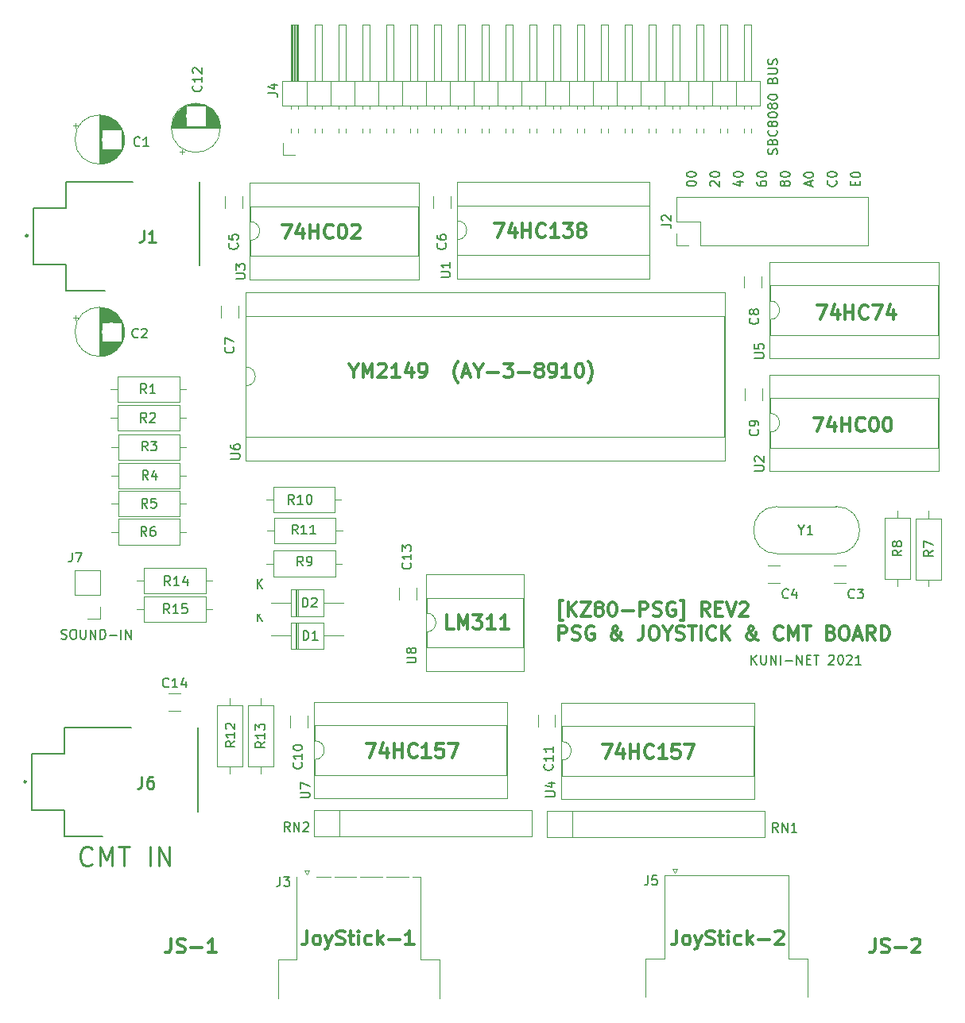
<source format=gto>
G04 #@! TF.GenerationSoftware,KiCad,Pcbnew,(5.1.4-0-10_14)*
G04 #@! TF.CreationDate,2021-03-22T16:13:26+09:00*
G04 #@! TF.ProjectId,KZ80-YM2149,4b5a3830-2d59-44d3-9231-34392e6b6963,rev?*
G04 #@! TF.SameCoordinates,Original*
G04 #@! TF.FileFunction,Legend,Top*
G04 #@! TF.FilePolarity,Positive*
%FSLAX46Y46*%
G04 Gerber Fmt 4.6, Leading zero omitted, Abs format (unit mm)*
G04 Created by KiCad (PCBNEW (5.1.4-0-10_14)) date 2021-03-22 16:13:26*
%MOMM*%
%LPD*%
G04 APERTURE LIST*
%ADD10C,0.300000*%
%ADD11C,0.150000*%
%ADD12C,0.250000*%
%ADD13C,0.120000*%
%ADD14C,0.254000*%
%ADD15C,0.200000*%
%ADD16O,2.000000X2.000000*%
%ADD17C,2.000000*%
%ADD18O,2.100000X2.100000*%
%ADD19R,2.100000X2.100000*%
%ADD20R,2.000000X2.000000*%
%ADD21C,3.600000*%
%ADD22O,3.400000X2.400000*%
%ADD23O,2.400000X3.400000*%
%ADD24O,2.400000X2.400000*%
%ADD25R,2.400000X2.400000*%
%ADD26C,6.400000*%
%ADD27C,1.900000*%
G04 APERTURE END LIST*
D10*
X132964285Y-114178571D02*
X132250000Y-114178571D01*
X132250000Y-112678571D01*
X133464285Y-114178571D02*
X133464285Y-112678571D01*
X133964285Y-113750000D01*
X134464285Y-112678571D01*
X134464285Y-114178571D01*
X135035714Y-112678571D02*
X135964285Y-112678571D01*
X135464285Y-113250000D01*
X135678571Y-113250000D01*
X135821428Y-113321428D01*
X135892857Y-113392857D01*
X135964285Y-113535714D01*
X135964285Y-113892857D01*
X135892857Y-114035714D01*
X135821428Y-114107142D01*
X135678571Y-114178571D01*
X135250000Y-114178571D01*
X135107142Y-114107142D01*
X135035714Y-114035714D01*
X137392857Y-114178571D02*
X136535714Y-114178571D01*
X136964285Y-114178571D02*
X136964285Y-112678571D01*
X136821428Y-112892857D01*
X136678571Y-113035714D01*
X136535714Y-113107142D01*
X138821428Y-114178571D02*
X137964285Y-114178571D01*
X138392857Y-114178571D02*
X138392857Y-112678571D01*
X138250000Y-112892857D01*
X138107142Y-113035714D01*
X137964285Y-113107142D01*
D11*
X164690476Y-117952380D02*
X164690476Y-116952380D01*
X165261904Y-117952380D02*
X164833333Y-117380952D01*
X165261904Y-116952380D02*
X164690476Y-117523809D01*
X165690476Y-116952380D02*
X165690476Y-117761904D01*
X165738095Y-117857142D01*
X165785714Y-117904761D01*
X165880952Y-117952380D01*
X166071428Y-117952380D01*
X166166666Y-117904761D01*
X166214285Y-117857142D01*
X166261904Y-117761904D01*
X166261904Y-116952380D01*
X166738095Y-117952380D02*
X166738095Y-116952380D01*
X167309523Y-117952380D01*
X167309523Y-116952380D01*
X167785714Y-117952380D02*
X167785714Y-116952380D01*
X168261904Y-117571428D02*
X169023809Y-117571428D01*
X169500000Y-117952380D02*
X169500000Y-116952380D01*
X170071428Y-117952380D01*
X170071428Y-116952380D01*
X170547619Y-117428571D02*
X170880952Y-117428571D01*
X171023809Y-117952380D02*
X170547619Y-117952380D01*
X170547619Y-116952380D01*
X171023809Y-116952380D01*
X171309523Y-116952380D02*
X171880952Y-116952380D01*
X171595238Y-117952380D02*
X171595238Y-116952380D01*
X172928571Y-117047619D02*
X172976190Y-117000000D01*
X173071428Y-116952380D01*
X173309523Y-116952380D01*
X173404761Y-117000000D01*
X173452380Y-117047619D01*
X173500000Y-117142857D01*
X173500000Y-117238095D01*
X173452380Y-117380952D01*
X172880952Y-117952380D01*
X173500000Y-117952380D01*
X174119047Y-116952380D02*
X174214285Y-116952380D01*
X174309523Y-117000000D01*
X174357142Y-117047619D01*
X174404761Y-117142857D01*
X174452380Y-117333333D01*
X174452380Y-117571428D01*
X174404761Y-117761904D01*
X174357142Y-117857142D01*
X174309523Y-117904761D01*
X174214285Y-117952380D01*
X174119047Y-117952380D01*
X174023809Y-117904761D01*
X173976190Y-117857142D01*
X173928571Y-117761904D01*
X173880952Y-117571428D01*
X173880952Y-117333333D01*
X173928571Y-117142857D01*
X173976190Y-117047619D01*
X174023809Y-117000000D01*
X174119047Y-116952380D01*
X174833333Y-117047619D02*
X174880952Y-117000000D01*
X174976190Y-116952380D01*
X175214285Y-116952380D01*
X175309523Y-117000000D01*
X175357142Y-117047619D01*
X175404761Y-117142857D01*
X175404761Y-117238095D01*
X175357142Y-117380952D01*
X174785714Y-117952380D01*
X175404761Y-117952380D01*
X176357142Y-117952380D02*
X175785714Y-117952380D01*
X176071428Y-117952380D02*
X176071428Y-116952380D01*
X175976190Y-117095238D01*
X175880952Y-117190476D01*
X175785714Y-117238095D01*
X91171904Y-115194761D02*
X91314761Y-115242380D01*
X91552857Y-115242380D01*
X91648095Y-115194761D01*
X91695714Y-115147142D01*
X91743333Y-115051904D01*
X91743333Y-114956666D01*
X91695714Y-114861428D01*
X91648095Y-114813809D01*
X91552857Y-114766190D01*
X91362380Y-114718571D01*
X91267142Y-114670952D01*
X91219523Y-114623333D01*
X91171904Y-114528095D01*
X91171904Y-114432857D01*
X91219523Y-114337619D01*
X91267142Y-114290000D01*
X91362380Y-114242380D01*
X91600476Y-114242380D01*
X91743333Y-114290000D01*
X92362380Y-114242380D02*
X92552857Y-114242380D01*
X92648095Y-114290000D01*
X92743333Y-114385238D01*
X92790952Y-114575714D01*
X92790952Y-114909047D01*
X92743333Y-115099523D01*
X92648095Y-115194761D01*
X92552857Y-115242380D01*
X92362380Y-115242380D01*
X92267142Y-115194761D01*
X92171904Y-115099523D01*
X92124285Y-114909047D01*
X92124285Y-114575714D01*
X92171904Y-114385238D01*
X92267142Y-114290000D01*
X92362380Y-114242380D01*
X93219523Y-114242380D02*
X93219523Y-115051904D01*
X93267142Y-115147142D01*
X93314761Y-115194761D01*
X93410000Y-115242380D01*
X93600476Y-115242380D01*
X93695714Y-115194761D01*
X93743333Y-115147142D01*
X93790952Y-115051904D01*
X93790952Y-114242380D01*
X94267142Y-115242380D02*
X94267142Y-114242380D01*
X94838571Y-115242380D01*
X94838571Y-114242380D01*
X95314761Y-115242380D02*
X95314761Y-114242380D01*
X95552857Y-114242380D01*
X95695714Y-114290000D01*
X95790952Y-114385238D01*
X95838571Y-114480476D01*
X95886190Y-114670952D01*
X95886190Y-114813809D01*
X95838571Y-115004285D01*
X95790952Y-115099523D01*
X95695714Y-115194761D01*
X95552857Y-115242380D01*
X95314761Y-115242380D01*
X96314761Y-114861428D02*
X97076666Y-114861428D01*
X97552857Y-115242380D02*
X97552857Y-114242380D01*
X98029047Y-115242380D02*
X98029047Y-114242380D01*
X98600476Y-115242380D01*
X98600476Y-114242380D01*
D12*
X94428571Y-139214285D02*
X94333333Y-139309523D01*
X94047619Y-139404761D01*
X93857142Y-139404761D01*
X93571428Y-139309523D01*
X93380952Y-139119047D01*
X93285714Y-138928571D01*
X93190476Y-138547619D01*
X93190476Y-138261904D01*
X93285714Y-137880952D01*
X93380952Y-137690476D01*
X93571428Y-137500000D01*
X93857142Y-137404761D01*
X94047619Y-137404761D01*
X94333333Y-137500000D01*
X94428571Y-137595238D01*
X95285714Y-139404761D02*
X95285714Y-137404761D01*
X95952380Y-138833333D01*
X96619047Y-137404761D01*
X96619047Y-139404761D01*
X97285714Y-137404761D02*
X98428571Y-137404761D01*
X97857142Y-139404761D02*
X97857142Y-137404761D01*
X100619047Y-139404761D02*
X100619047Y-137404761D01*
X101571428Y-139404761D02*
X101571428Y-137404761D01*
X102714285Y-139404761D01*
X102714285Y-137404761D01*
D10*
X177857142Y-147178571D02*
X177857142Y-148250000D01*
X177785714Y-148464285D01*
X177642857Y-148607142D01*
X177428571Y-148678571D01*
X177285714Y-148678571D01*
X178500000Y-148607142D02*
X178714285Y-148678571D01*
X179071428Y-148678571D01*
X179214285Y-148607142D01*
X179285714Y-148535714D01*
X179357142Y-148392857D01*
X179357142Y-148250000D01*
X179285714Y-148107142D01*
X179214285Y-148035714D01*
X179071428Y-147964285D01*
X178785714Y-147892857D01*
X178642857Y-147821428D01*
X178571428Y-147750000D01*
X178500000Y-147607142D01*
X178500000Y-147464285D01*
X178571428Y-147321428D01*
X178642857Y-147250000D01*
X178785714Y-147178571D01*
X179142857Y-147178571D01*
X179357142Y-147250000D01*
X180000000Y-148107142D02*
X181142857Y-148107142D01*
X181785714Y-147321428D02*
X181857142Y-147250000D01*
X182000000Y-147178571D01*
X182357142Y-147178571D01*
X182500000Y-147250000D01*
X182571428Y-147321428D01*
X182642857Y-147464285D01*
X182642857Y-147607142D01*
X182571428Y-147821428D01*
X181714285Y-148678571D01*
X182642857Y-148678571D01*
X102857142Y-147178571D02*
X102857142Y-148250000D01*
X102785714Y-148464285D01*
X102642857Y-148607142D01*
X102428571Y-148678571D01*
X102285714Y-148678571D01*
X103500000Y-148607142D02*
X103714285Y-148678571D01*
X104071428Y-148678571D01*
X104214285Y-148607142D01*
X104285714Y-148535714D01*
X104357142Y-148392857D01*
X104357142Y-148250000D01*
X104285714Y-148107142D01*
X104214285Y-148035714D01*
X104071428Y-147964285D01*
X103785714Y-147892857D01*
X103642857Y-147821428D01*
X103571428Y-147750000D01*
X103500000Y-147607142D01*
X103500000Y-147464285D01*
X103571428Y-147321428D01*
X103642857Y-147250000D01*
X103785714Y-147178571D01*
X104142857Y-147178571D01*
X104357142Y-147250000D01*
X105000000Y-148107142D02*
X106142857Y-148107142D01*
X107642857Y-148678571D02*
X106785714Y-148678571D01*
X107214285Y-148678571D02*
X107214285Y-147178571D01*
X107071428Y-147392857D01*
X106928571Y-147535714D01*
X106785714Y-147607142D01*
X156726428Y-146328571D02*
X156726428Y-147400000D01*
X156655000Y-147614285D01*
X156512142Y-147757142D01*
X156297857Y-147828571D01*
X156155000Y-147828571D01*
X157655000Y-147828571D02*
X157512142Y-147757142D01*
X157440714Y-147685714D01*
X157369285Y-147542857D01*
X157369285Y-147114285D01*
X157440714Y-146971428D01*
X157512142Y-146900000D01*
X157655000Y-146828571D01*
X157869285Y-146828571D01*
X158012142Y-146900000D01*
X158083571Y-146971428D01*
X158155000Y-147114285D01*
X158155000Y-147542857D01*
X158083571Y-147685714D01*
X158012142Y-147757142D01*
X157869285Y-147828571D01*
X157655000Y-147828571D01*
X158655000Y-146828571D02*
X159012142Y-147828571D01*
X159369285Y-146828571D02*
X159012142Y-147828571D01*
X158869285Y-148185714D01*
X158797857Y-148257142D01*
X158655000Y-148328571D01*
X159869285Y-147757142D02*
X160083571Y-147828571D01*
X160440714Y-147828571D01*
X160583571Y-147757142D01*
X160655000Y-147685714D01*
X160726428Y-147542857D01*
X160726428Y-147400000D01*
X160655000Y-147257142D01*
X160583571Y-147185714D01*
X160440714Y-147114285D01*
X160155000Y-147042857D01*
X160012142Y-146971428D01*
X159940714Y-146900000D01*
X159869285Y-146757142D01*
X159869285Y-146614285D01*
X159940714Y-146471428D01*
X160012142Y-146400000D01*
X160155000Y-146328571D01*
X160512142Y-146328571D01*
X160726428Y-146400000D01*
X161155000Y-146828571D02*
X161726428Y-146828571D01*
X161369285Y-146328571D02*
X161369285Y-147614285D01*
X161440714Y-147757142D01*
X161583571Y-147828571D01*
X161726428Y-147828571D01*
X162226428Y-147828571D02*
X162226428Y-146828571D01*
X162226428Y-146328571D02*
X162155000Y-146400000D01*
X162226428Y-146471428D01*
X162297857Y-146400000D01*
X162226428Y-146328571D01*
X162226428Y-146471428D01*
X163583571Y-147757142D02*
X163440714Y-147828571D01*
X163155000Y-147828571D01*
X163012142Y-147757142D01*
X162940714Y-147685714D01*
X162869285Y-147542857D01*
X162869285Y-147114285D01*
X162940714Y-146971428D01*
X163012142Y-146900000D01*
X163155000Y-146828571D01*
X163440714Y-146828571D01*
X163583571Y-146900000D01*
X164226428Y-147828571D02*
X164226428Y-146328571D01*
X164369285Y-147257142D02*
X164797857Y-147828571D01*
X164797857Y-146828571D02*
X164226428Y-147400000D01*
X165440714Y-147257142D02*
X166583571Y-147257142D01*
X167226428Y-146471428D02*
X167297857Y-146400000D01*
X167440714Y-146328571D01*
X167797857Y-146328571D01*
X167940714Y-146400000D01*
X168012142Y-146471428D01*
X168083571Y-146614285D01*
X168083571Y-146757142D01*
X168012142Y-146971428D01*
X167155000Y-147828571D01*
X168083571Y-147828571D01*
X117356428Y-146328571D02*
X117356428Y-147400000D01*
X117285000Y-147614285D01*
X117142142Y-147757142D01*
X116927857Y-147828571D01*
X116785000Y-147828571D01*
X118285000Y-147828571D02*
X118142142Y-147757142D01*
X118070714Y-147685714D01*
X117999285Y-147542857D01*
X117999285Y-147114285D01*
X118070714Y-146971428D01*
X118142142Y-146900000D01*
X118285000Y-146828571D01*
X118499285Y-146828571D01*
X118642142Y-146900000D01*
X118713571Y-146971428D01*
X118785000Y-147114285D01*
X118785000Y-147542857D01*
X118713571Y-147685714D01*
X118642142Y-147757142D01*
X118499285Y-147828571D01*
X118285000Y-147828571D01*
X119285000Y-146828571D02*
X119642142Y-147828571D01*
X119999285Y-146828571D02*
X119642142Y-147828571D01*
X119499285Y-148185714D01*
X119427857Y-148257142D01*
X119285000Y-148328571D01*
X120499285Y-147757142D02*
X120713571Y-147828571D01*
X121070714Y-147828571D01*
X121213571Y-147757142D01*
X121285000Y-147685714D01*
X121356428Y-147542857D01*
X121356428Y-147400000D01*
X121285000Y-147257142D01*
X121213571Y-147185714D01*
X121070714Y-147114285D01*
X120785000Y-147042857D01*
X120642142Y-146971428D01*
X120570714Y-146900000D01*
X120499285Y-146757142D01*
X120499285Y-146614285D01*
X120570714Y-146471428D01*
X120642142Y-146400000D01*
X120785000Y-146328571D01*
X121142142Y-146328571D01*
X121356428Y-146400000D01*
X121785000Y-146828571D02*
X122356428Y-146828571D01*
X121999285Y-146328571D02*
X121999285Y-147614285D01*
X122070714Y-147757142D01*
X122213571Y-147828571D01*
X122356428Y-147828571D01*
X122856428Y-147828571D02*
X122856428Y-146828571D01*
X122856428Y-146328571D02*
X122785000Y-146400000D01*
X122856428Y-146471428D01*
X122927857Y-146400000D01*
X122856428Y-146328571D01*
X122856428Y-146471428D01*
X124213571Y-147757142D02*
X124070714Y-147828571D01*
X123785000Y-147828571D01*
X123642142Y-147757142D01*
X123570714Y-147685714D01*
X123499285Y-147542857D01*
X123499285Y-147114285D01*
X123570714Y-146971428D01*
X123642142Y-146900000D01*
X123785000Y-146828571D01*
X124070714Y-146828571D01*
X124213571Y-146900000D01*
X124856428Y-147828571D02*
X124856428Y-146328571D01*
X124999285Y-147257142D02*
X125427857Y-147828571D01*
X125427857Y-146828571D02*
X124856428Y-147400000D01*
X126070714Y-147257142D02*
X127213571Y-147257142D01*
X128713571Y-147828571D02*
X127856428Y-147828571D01*
X128285000Y-147828571D02*
X128285000Y-146328571D01*
X128142142Y-146542857D01*
X127999285Y-146685714D01*
X127856428Y-146757142D01*
X148797142Y-126468571D02*
X149797142Y-126468571D01*
X149154285Y-127968571D01*
X151011428Y-126968571D02*
X151011428Y-127968571D01*
X150654285Y-126397142D02*
X150297142Y-127468571D01*
X151225714Y-127468571D01*
X151797142Y-127968571D02*
X151797142Y-126468571D01*
X151797142Y-127182857D02*
X152654285Y-127182857D01*
X152654285Y-127968571D02*
X152654285Y-126468571D01*
X154225714Y-127825714D02*
X154154285Y-127897142D01*
X153940000Y-127968571D01*
X153797142Y-127968571D01*
X153582857Y-127897142D01*
X153440000Y-127754285D01*
X153368571Y-127611428D01*
X153297142Y-127325714D01*
X153297142Y-127111428D01*
X153368571Y-126825714D01*
X153440000Y-126682857D01*
X153582857Y-126540000D01*
X153797142Y-126468571D01*
X153940000Y-126468571D01*
X154154285Y-126540000D01*
X154225714Y-126611428D01*
X155654285Y-127968571D02*
X154797142Y-127968571D01*
X155225714Y-127968571D02*
X155225714Y-126468571D01*
X155082857Y-126682857D01*
X154940000Y-126825714D01*
X154797142Y-126897142D01*
X157011428Y-126468571D02*
X156297142Y-126468571D01*
X156225714Y-127182857D01*
X156297142Y-127111428D01*
X156440000Y-127040000D01*
X156797142Y-127040000D01*
X156940000Y-127111428D01*
X157011428Y-127182857D01*
X157082857Y-127325714D01*
X157082857Y-127682857D01*
X157011428Y-127825714D01*
X156940000Y-127897142D01*
X156797142Y-127968571D01*
X156440000Y-127968571D01*
X156297142Y-127897142D01*
X156225714Y-127825714D01*
X157582857Y-126468571D02*
X158582857Y-126468571D01*
X157940000Y-127968571D01*
X123637142Y-126378571D02*
X124637142Y-126378571D01*
X123994285Y-127878571D01*
X125851428Y-126878571D02*
X125851428Y-127878571D01*
X125494285Y-126307142D02*
X125137142Y-127378571D01*
X126065714Y-127378571D01*
X126637142Y-127878571D02*
X126637142Y-126378571D01*
X126637142Y-127092857D02*
X127494285Y-127092857D01*
X127494285Y-127878571D02*
X127494285Y-126378571D01*
X129065714Y-127735714D02*
X128994285Y-127807142D01*
X128780000Y-127878571D01*
X128637142Y-127878571D01*
X128422857Y-127807142D01*
X128280000Y-127664285D01*
X128208571Y-127521428D01*
X128137142Y-127235714D01*
X128137142Y-127021428D01*
X128208571Y-126735714D01*
X128280000Y-126592857D01*
X128422857Y-126450000D01*
X128637142Y-126378571D01*
X128780000Y-126378571D01*
X128994285Y-126450000D01*
X129065714Y-126521428D01*
X130494285Y-127878571D02*
X129637142Y-127878571D01*
X130065714Y-127878571D02*
X130065714Y-126378571D01*
X129922857Y-126592857D01*
X129780000Y-126735714D01*
X129637142Y-126807142D01*
X131851428Y-126378571D02*
X131137142Y-126378571D01*
X131065714Y-127092857D01*
X131137142Y-127021428D01*
X131280000Y-126950000D01*
X131637142Y-126950000D01*
X131780000Y-127021428D01*
X131851428Y-127092857D01*
X131922857Y-127235714D01*
X131922857Y-127592857D01*
X131851428Y-127735714D01*
X131780000Y-127807142D01*
X131637142Y-127878571D01*
X131280000Y-127878571D01*
X131137142Y-127807142D01*
X131065714Y-127735714D01*
X132422857Y-126378571D02*
X133422857Y-126378571D01*
X132780000Y-127878571D01*
D11*
X175750120Y-66889726D02*
X175750120Y-66556392D01*
X176273929Y-66413535D02*
X176273929Y-66889726D01*
X175273929Y-66889726D01*
X175273929Y-66413535D01*
X175273929Y-65794488D02*
X175273929Y-65699250D01*
X175321549Y-65604011D01*
X175369168Y-65556392D01*
X175464406Y-65508773D01*
X175654882Y-65461154D01*
X175892977Y-65461154D01*
X176083453Y-65508773D01*
X176178691Y-65556392D01*
X176226310Y-65604011D01*
X176273929Y-65699250D01*
X176273929Y-65794488D01*
X176226310Y-65889726D01*
X176178691Y-65937345D01*
X176083453Y-65984964D01*
X175892977Y-66032583D01*
X175654882Y-66032583D01*
X175464406Y-65984964D01*
X175369168Y-65937345D01*
X175321549Y-65889726D01*
X175273929Y-65794488D01*
X173678691Y-66365916D02*
X173726310Y-66413535D01*
X173773929Y-66556392D01*
X173773929Y-66651630D01*
X173726310Y-66794488D01*
X173631072Y-66889726D01*
X173535834Y-66937345D01*
X173345358Y-66984964D01*
X173202501Y-66984964D01*
X173012025Y-66937345D01*
X172916787Y-66889726D01*
X172821549Y-66794488D01*
X172773929Y-66651630D01*
X172773929Y-66556392D01*
X172821549Y-66413535D01*
X172869168Y-66365916D01*
X172773929Y-65746869D02*
X172773929Y-65651630D01*
X172821549Y-65556392D01*
X172869168Y-65508773D01*
X172964406Y-65461154D01*
X173154882Y-65413535D01*
X173392977Y-65413535D01*
X173583453Y-65461154D01*
X173678691Y-65508773D01*
X173726310Y-65556392D01*
X173773929Y-65651630D01*
X173773929Y-65746869D01*
X173726310Y-65842107D01*
X173678691Y-65889726D01*
X173583453Y-65937345D01*
X173392977Y-65984964D01*
X173154882Y-65984964D01*
X172964406Y-65937345D01*
X172869168Y-65889726D01*
X172821549Y-65842107D01*
X172773929Y-65746869D01*
X170988215Y-66913535D02*
X170988215Y-66437345D01*
X171273929Y-67008773D02*
X170273929Y-66675440D01*
X171273929Y-66342107D01*
X170273929Y-65818297D02*
X170273929Y-65723059D01*
X170321549Y-65627821D01*
X170369168Y-65580202D01*
X170464406Y-65532583D01*
X170654882Y-65484964D01*
X170892977Y-65484964D01*
X171083453Y-65532583D01*
X171178691Y-65580202D01*
X171226310Y-65627821D01*
X171273929Y-65723059D01*
X171273929Y-65818297D01*
X171226310Y-65913535D01*
X171178691Y-65961154D01*
X171083453Y-66008773D01*
X170892977Y-66056392D01*
X170654882Y-66056392D01*
X170464406Y-66008773D01*
X170369168Y-65961154D01*
X170321549Y-65913535D01*
X170273929Y-65818297D01*
X168202501Y-66770678D02*
X168154882Y-66865916D01*
X168107263Y-66913535D01*
X168012025Y-66961154D01*
X167964406Y-66961154D01*
X167869168Y-66913535D01*
X167821549Y-66865916D01*
X167773929Y-66770678D01*
X167773929Y-66580202D01*
X167821549Y-66484964D01*
X167869168Y-66437345D01*
X167964406Y-66389726D01*
X168012025Y-66389726D01*
X168107263Y-66437345D01*
X168154882Y-66484964D01*
X168202501Y-66580202D01*
X168202501Y-66770678D01*
X168250120Y-66865916D01*
X168297739Y-66913535D01*
X168392977Y-66961154D01*
X168583453Y-66961154D01*
X168678691Y-66913535D01*
X168726310Y-66865916D01*
X168773929Y-66770678D01*
X168773929Y-66580202D01*
X168726310Y-66484964D01*
X168678691Y-66437345D01*
X168583453Y-66389726D01*
X168392977Y-66389726D01*
X168297739Y-66437345D01*
X168250120Y-66484964D01*
X168202501Y-66580202D01*
X167773929Y-65770678D02*
X167773929Y-65675440D01*
X167821549Y-65580202D01*
X167869168Y-65532583D01*
X167964406Y-65484964D01*
X168154882Y-65437345D01*
X168392977Y-65437345D01*
X168583453Y-65484964D01*
X168678691Y-65532583D01*
X168726310Y-65580202D01*
X168773929Y-65675440D01*
X168773929Y-65770678D01*
X168726310Y-65865916D01*
X168678691Y-65913535D01*
X168583453Y-65961154D01*
X168392977Y-66008773D01*
X168154882Y-66008773D01*
X167964406Y-65961154D01*
X167869168Y-65913535D01*
X167821549Y-65865916D01*
X167773929Y-65770678D01*
X165273929Y-66484964D02*
X165273929Y-66675440D01*
X165321549Y-66770678D01*
X165369168Y-66818297D01*
X165512025Y-66913535D01*
X165702501Y-66961154D01*
X166083453Y-66961154D01*
X166178691Y-66913535D01*
X166226310Y-66865916D01*
X166273929Y-66770678D01*
X166273929Y-66580202D01*
X166226310Y-66484964D01*
X166178691Y-66437345D01*
X166083453Y-66389726D01*
X165845358Y-66389726D01*
X165750120Y-66437345D01*
X165702501Y-66484964D01*
X165654882Y-66580202D01*
X165654882Y-66770678D01*
X165702501Y-66865916D01*
X165750120Y-66913535D01*
X165845358Y-66961154D01*
X165273929Y-65770678D02*
X165273929Y-65675440D01*
X165321549Y-65580202D01*
X165369168Y-65532583D01*
X165464406Y-65484964D01*
X165654882Y-65437345D01*
X165892977Y-65437345D01*
X166083453Y-65484964D01*
X166178691Y-65532583D01*
X166226310Y-65580202D01*
X166273929Y-65675440D01*
X166273929Y-65770678D01*
X166226310Y-65865916D01*
X166178691Y-65913535D01*
X166083453Y-65961154D01*
X165892977Y-66008773D01*
X165654882Y-66008773D01*
X165464406Y-65961154D01*
X165369168Y-65913535D01*
X165321549Y-65865916D01*
X165273929Y-65770678D01*
X163107263Y-66484964D02*
X163773929Y-66484964D01*
X162726310Y-66723059D02*
X163440596Y-66961154D01*
X163440596Y-66342107D01*
X162773929Y-65770678D02*
X162773929Y-65675440D01*
X162821549Y-65580202D01*
X162869168Y-65532583D01*
X162964406Y-65484964D01*
X163154882Y-65437345D01*
X163392977Y-65437345D01*
X163583453Y-65484964D01*
X163678691Y-65532583D01*
X163726310Y-65580202D01*
X163773929Y-65675440D01*
X163773929Y-65770678D01*
X163726310Y-65865916D01*
X163678691Y-65913535D01*
X163583453Y-65961154D01*
X163392977Y-66008773D01*
X163154882Y-66008773D01*
X162964406Y-65961154D01*
X162869168Y-65913535D01*
X162821549Y-65865916D01*
X162773929Y-65770678D01*
X160369168Y-66961154D02*
X160321549Y-66913535D01*
X160273929Y-66818297D01*
X160273929Y-66580202D01*
X160321549Y-66484964D01*
X160369168Y-66437345D01*
X160464406Y-66389726D01*
X160559644Y-66389726D01*
X160702501Y-66437345D01*
X161273929Y-67008773D01*
X161273929Y-66389726D01*
X160273929Y-65770678D02*
X160273929Y-65675440D01*
X160321549Y-65580202D01*
X160369168Y-65532583D01*
X160464406Y-65484964D01*
X160654882Y-65437345D01*
X160892977Y-65437345D01*
X161083453Y-65484964D01*
X161178691Y-65532583D01*
X161226310Y-65580202D01*
X161273929Y-65675440D01*
X161273929Y-65770678D01*
X161226310Y-65865916D01*
X161178691Y-65913535D01*
X161083453Y-65961154D01*
X160892977Y-66008773D01*
X160654882Y-66008773D01*
X160464406Y-65961154D01*
X160369168Y-65913535D01*
X160321549Y-65865916D01*
X160273929Y-65770678D01*
X157773929Y-66723059D02*
X157773929Y-66627821D01*
X157821549Y-66532583D01*
X157869168Y-66484964D01*
X157964406Y-66437345D01*
X158154882Y-66389726D01*
X158392977Y-66389726D01*
X158583453Y-66437345D01*
X158678691Y-66484964D01*
X158726310Y-66532583D01*
X158773929Y-66627821D01*
X158773929Y-66723059D01*
X158726310Y-66818297D01*
X158678691Y-66865916D01*
X158583453Y-66913535D01*
X158392977Y-66961154D01*
X158154882Y-66961154D01*
X157964406Y-66913535D01*
X157869168Y-66865916D01*
X157821549Y-66818297D01*
X157773929Y-66723059D01*
X157773929Y-65770678D02*
X157773929Y-65675440D01*
X157821549Y-65580202D01*
X157869168Y-65532583D01*
X157964406Y-65484964D01*
X158154882Y-65437345D01*
X158392977Y-65437345D01*
X158583453Y-65484964D01*
X158678691Y-65532583D01*
X158726310Y-65580202D01*
X158773929Y-65675440D01*
X158773929Y-65770678D01*
X158726310Y-65865916D01*
X158678691Y-65913535D01*
X158583453Y-65961154D01*
X158392977Y-66008773D01*
X158154882Y-66008773D01*
X157964406Y-65961154D01*
X157869168Y-65913535D01*
X157821549Y-65865916D01*
X157773929Y-65770678D01*
D10*
X144590714Y-113293571D02*
X144233571Y-113293571D01*
X144233571Y-111150714D01*
X144590714Y-111150714D01*
X145162142Y-112793571D02*
X145162142Y-111293571D01*
X146019285Y-112793571D02*
X145376428Y-111936428D01*
X146019285Y-111293571D02*
X145162142Y-112150714D01*
X146519285Y-111293571D02*
X147519285Y-111293571D01*
X146519285Y-112793571D01*
X147519285Y-112793571D01*
X148305000Y-111936428D02*
X148162142Y-111865000D01*
X148090714Y-111793571D01*
X148019285Y-111650714D01*
X148019285Y-111579285D01*
X148090714Y-111436428D01*
X148162142Y-111365000D01*
X148305000Y-111293571D01*
X148590714Y-111293571D01*
X148733571Y-111365000D01*
X148805000Y-111436428D01*
X148876428Y-111579285D01*
X148876428Y-111650714D01*
X148805000Y-111793571D01*
X148733571Y-111865000D01*
X148590714Y-111936428D01*
X148305000Y-111936428D01*
X148162142Y-112007857D01*
X148090714Y-112079285D01*
X148019285Y-112222142D01*
X148019285Y-112507857D01*
X148090714Y-112650714D01*
X148162142Y-112722142D01*
X148305000Y-112793571D01*
X148590714Y-112793571D01*
X148733571Y-112722142D01*
X148805000Y-112650714D01*
X148876428Y-112507857D01*
X148876428Y-112222142D01*
X148805000Y-112079285D01*
X148733571Y-112007857D01*
X148590714Y-111936428D01*
X149805000Y-111293571D02*
X149947857Y-111293571D01*
X150090714Y-111365000D01*
X150162142Y-111436428D01*
X150233571Y-111579285D01*
X150305000Y-111865000D01*
X150305000Y-112222142D01*
X150233571Y-112507857D01*
X150162142Y-112650714D01*
X150090714Y-112722142D01*
X149947857Y-112793571D01*
X149805000Y-112793571D01*
X149662142Y-112722142D01*
X149590714Y-112650714D01*
X149519285Y-112507857D01*
X149447857Y-112222142D01*
X149447857Y-111865000D01*
X149519285Y-111579285D01*
X149590714Y-111436428D01*
X149662142Y-111365000D01*
X149805000Y-111293571D01*
X150947857Y-112222142D02*
X152090714Y-112222142D01*
X152805000Y-112793571D02*
X152805000Y-111293571D01*
X153376428Y-111293571D01*
X153519285Y-111365000D01*
X153590714Y-111436428D01*
X153662142Y-111579285D01*
X153662142Y-111793571D01*
X153590714Y-111936428D01*
X153519285Y-112007857D01*
X153376428Y-112079285D01*
X152805000Y-112079285D01*
X154233571Y-112722142D02*
X154447857Y-112793571D01*
X154805000Y-112793571D01*
X154947857Y-112722142D01*
X155019285Y-112650714D01*
X155090714Y-112507857D01*
X155090714Y-112365000D01*
X155019285Y-112222142D01*
X154947857Y-112150714D01*
X154805000Y-112079285D01*
X154519285Y-112007857D01*
X154376428Y-111936428D01*
X154305000Y-111865000D01*
X154233571Y-111722142D01*
X154233571Y-111579285D01*
X154305000Y-111436428D01*
X154376428Y-111365000D01*
X154519285Y-111293571D01*
X154876428Y-111293571D01*
X155090714Y-111365000D01*
X156519285Y-111365000D02*
X156376428Y-111293571D01*
X156162142Y-111293571D01*
X155947857Y-111365000D01*
X155805000Y-111507857D01*
X155733571Y-111650714D01*
X155662142Y-111936428D01*
X155662142Y-112150714D01*
X155733571Y-112436428D01*
X155805000Y-112579285D01*
X155947857Y-112722142D01*
X156162142Y-112793571D01*
X156305000Y-112793571D01*
X156519285Y-112722142D01*
X156590714Y-112650714D01*
X156590714Y-112150714D01*
X156305000Y-112150714D01*
X157090714Y-113293571D02*
X157447857Y-113293571D01*
X157447857Y-111150714D01*
X157090714Y-111150714D01*
X160233571Y-112793571D02*
X159733571Y-112079285D01*
X159376428Y-112793571D02*
X159376428Y-111293571D01*
X159947857Y-111293571D01*
X160090714Y-111365000D01*
X160162142Y-111436428D01*
X160233571Y-111579285D01*
X160233571Y-111793571D01*
X160162142Y-111936428D01*
X160090714Y-112007857D01*
X159947857Y-112079285D01*
X159376428Y-112079285D01*
X160876428Y-112007857D02*
X161376428Y-112007857D01*
X161590714Y-112793571D02*
X160876428Y-112793571D01*
X160876428Y-111293571D01*
X161590714Y-111293571D01*
X162019285Y-111293571D02*
X162519285Y-112793571D01*
X163019285Y-111293571D01*
X163447857Y-111436428D02*
X163519285Y-111365000D01*
X163662142Y-111293571D01*
X164019285Y-111293571D01*
X164162142Y-111365000D01*
X164233571Y-111436428D01*
X164305000Y-111579285D01*
X164305000Y-111722142D01*
X164233571Y-111936428D01*
X163376428Y-112793571D01*
X164305000Y-112793571D01*
X144162142Y-115343571D02*
X144162142Y-113843571D01*
X144733571Y-113843571D01*
X144876428Y-113915000D01*
X144947857Y-113986428D01*
X145019285Y-114129285D01*
X145019285Y-114343571D01*
X144947857Y-114486428D01*
X144876428Y-114557857D01*
X144733571Y-114629285D01*
X144162142Y-114629285D01*
X145590714Y-115272142D02*
X145805000Y-115343571D01*
X146162142Y-115343571D01*
X146305000Y-115272142D01*
X146376428Y-115200714D01*
X146447857Y-115057857D01*
X146447857Y-114915000D01*
X146376428Y-114772142D01*
X146305000Y-114700714D01*
X146162142Y-114629285D01*
X145876428Y-114557857D01*
X145733571Y-114486428D01*
X145662142Y-114415000D01*
X145590714Y-114272142D01*
X145590714Y-114129285D01*
X145662142Y-113986428D01*
X145733571Y-113915000D01*
X145876428Y-113843571D01*
X146233571Y-113843571D01*
X146447857Y-113915000D01*
X147876428Y-113915000D02*
X147733571Y-113843571D01*
X147519285Y-113843571D01*
X147305000Y-113915000D01*
X147162142Y-114057857D01*
X147090714Y-114200714D01*
X147019285Y-114486428D01*
X147019285Y-114700714D01*
X147090714Y-114986428D01*
X147162142Y-115129285D01*
X147305000Y-115272142D01*
X147519285Y-115343571D01*
X147662142Y-115343571D01*
X147876428Y-115272142D01*
X147947857Y-115200714D01*
X147947857Y-114700714D01*
X147662142Y-114700714D01*
X150947857Y-115343571D02*
X150876428Y-115343571D01*
X150733571Y-115272142D01*
X150519285Y-115057857D01*
X150162142Y-114629285D01*
X150019285Y-114415000D01*
X149947857Y-114200714D01*
X149947857Y-114057857D01*
X150019285Y-113915000D01*
X150162142Y-113843571D01*
X150233571Y-113843571D01*
X150376428Y-113915000D01*
X150447857Y-114057857D01*
X150447857Y-114129285D01*
X150376428Y-114272142D01*
X150305000Y-114343571D01*
X149876428Y-114629285D01*
X149805000Y-114700714D01*
X149733571Y-114843571D01*
X149733571Y-115057857D01*
X149805000Y-115200714D01*
X149876428Y-115272142D01*
X150019285Y-115343571D01*
X150233571Y-115343571D01*
X150376428Y-115272142D01*
X150447857Y-115200714D01*
X150662142Y-114915000D01*
X150733571Y-114700714D01*
X150733571Y-114557857D01*
X153162142Y-113843571D02*
X153162142Y-114915000D01*
X153090714Y-115129285D01*
X152947857Y-115272142D01*
X152733571Y-115343571D01*
X152590714Y-115343571D01*
X154162142Y-113843571D02*
X154447857Y-113843571D01*
X154590714Y-113915000D01*
X154733571Y-114057857D01*
X154805000Y-114343571D01*
X154805000Y-114843571D01*
X154733571Y-115129285D01*
X154590714Y-115272142D01*
X154447857Y-115343571D01*
X154162142Y-115343571D01*
X154019285Y-115272142D01*
X153876428Y-115129285D01*
X153805000Y-114843571D01*
X153805000Y-114343571D01*
X153876428Y-114057857D01*
X154019285Y-113915000D01*
X154162142Y-113843571D01*
X155733571Y-114629285D02*
X155733571Y-115343571D01*
X155233571Y-113843571D02*
X155733571Y-114629285D01*
X156233571Y-113843571D01*
X156662142Y-115272142D02*
X156876428Y-115343571D01*
X157233571Y-115343571D01*
X157376428Y-115272142D01*
X157447857Y-115200714D01*
X157519285Y-115057857D01*
X157519285Y-114915000D01*
X157447857Y-114772142D01*
X157376428Y-114700714D01*
X157233571Y-114629285D01*
X156947857Y-114557857D01*
X156805000Y-114486428D01*
X156733571Y-114415000D01*
X156662142Y-114272142D01*
X156662142Y-114129285D01*
X156733571Y-113986428D01*
X156805000Y-113915000D01*
X156947857Y-113843571D01*
X157305000Y-113843571D01*
X157519285Y-113915000D01*
X157947857Y-113843571D02*
X158805000Y-113843571D01*
X158376428Y-115343571D02*
X158376428Y-113843571D01*
X159305000Y-115343571D02*
X159305000Y-113843571D01*
X160876428Y-115200714D02*
X160805000Y-115272142D01*
X160590714Y-115343571D01*
X160447857Y-115343571D01*
X160233571Y-115272142D01*
X160090714Y-115129285D01*
X160019285Y-114986428D01*
X159947857Y-114700714D01*
X159947857Y-114486428D01*
X160019285Y-114200714D01*
X160090714Y-114057857D01*
X160233571Y-113915000D01*
X160447857Y-113843571D01*
X160590714Y-113843571D01*
X160805000Y-113915000D01*
X160876428Y-113986428D01*
X161519285Y-115343571D02*
X161519285Y-113843571D01*
X162376428Y-115343571D02*
X161733571Y-114486428D01*
X162376428Y-113843571D02*
X161519285Y-114700714D01*
X165376428Y-115343571D02*
X165305000Y-115343571D01*
X165162142Y-115272142D01*
X164947857Y-115057857D01*
X164590714Y-114629285D01*
X164447857Y-114415000D01*
X164376428Y-114200714D01*
X164376428Y-114057857D01*
X164447857Y-113915000D01*
X164590714Y-113843571D01*
X164662142Y-113843571D01*
X164805000Y-113915000D01*
X164876428Y-114057857D01*
X164876428Y-114129285D01*
X164805000Y-114272142D01*
X164733571Y-114343571D01*
X164305000Y-114629285D01*
X164233571Y-114700714D01*
X164162142Y-114843571D01*
X164162142Y-115057857D01*
X164233571Y-115200714D01*
X164305000Y-115272142D01*
X164447857Y-115343571D01*
X164662142Y-115343571D01*
X164805000Y-115272142D01*
X164876428Y-115200714D01*
X165090714Y-114915000D01*
X165162142Y-114700714D01*
X165162142Y-114557857D01*
X168019285Y-115200714D02*
X167947857Y-115272142D01*
X167733571Y-115343571D01*
X167590714Y-115343571D01*
X167376428Y-115272142D01*
X167233571Y-115129285D01*
X167162142Y-114986428D01*
X167090714Y-114700714D01*
X167090714Y-114486428D01*
X167162142Y-114200714D01*
X167233571Y-114057857D01*
X167376428Y-113915000D01*
X167590714Y-113843571D01*
X167733571Y-113843571D01*
X167947857Y-113915000D01*
X168019285Y-113986428D01*
X168662142Y-115343571D02*
X168662142Y-113843571D01*
X169162142Y-114915000D01*
X169662142Y-113843571D01*
X169662142Y-115343571D01*
X170162142Y-113843571D02*
X171019285Y-113843571D01*
X170590714Y-115343571D02*
X170590714Y-113843571D01*
X173162142Y-114557857D02*
X173376428Y-114629285D01*
X173447857Y-114700714D01*
X173519285Y-114843571D01*
X173519285Y-115057857D01*
X173447857Y-115200714D01*
X173376428Y-115272142D01*
X173233571Y-115343571D01*
X172662142Y-115343571D01*
X172662142Y-113843571D01*
X173162142Y-113843571D01*
X173305000Y-113915000D01*
X173376428Y-113986428D01*
X173447857Y-114129285D01*
X173447857Y-114272142D01*
X173376428Y-114415000D01*
X173305000Y-114486428D01*
X173162142Y-114557857D01*
X172662142Y-114557857D01*
X174447857Y-113843571D02*
X174733571Y-113843571D01*
X174876428Y-113915000D01*
X175019285Y-114057857D01*
X175090714Y-114343571D01*
X175090714Y-114843571D01*
X175019285Y-115129285D01*
X174876428Y-115272142D01*
X174733571Y-115343571D01*
X174447857Y-115343571D01*
X174305000Y-115272142D01*
X174162142Y-115129285D01*
X174090714Y-114843571D01*
X174090714Y-114343571D01*
X174162142Y-114057857D01*
X174305000Y-113915000D01*
X174447857Y-113843571D01*
X175662142Y-114915000D02*
X176376428Y-114915000D01*
X175519285Y-115343571D02*
X176019285Y-113843571D01*
X176519285Y-115343571D01*
X177876428Y-115343571D02*
X177376428Y-114629285D01*
X177019285Y-115343571D02*
X177019285Y-113843571D01*
X177590714Y-113843571D01*
X177733571Y-113915000D01*
X177805000Y-113986428D01*
X177876428Y-114129285D01*
X177876428Y-114343571D01*
X177805000Y-114486428D01*
X177733571Y-114557857D01*
X177590714Y-114629285D01*
X177019285Y-114629285D01*
X178519285Y-115343571D02*
X178519285Y-113843571D01*
X178876428Y-113843571D01*
X179090714Y-113915000D01*
X179233571Y-114057857D01*
X179305000Y-114200714D01*
X179376428Y-114486428D01*
X179376428Y-114700714D01*
X179305000Y-114986428D01*
X179233571Y-115129285D01*
X179090714Y-115272142D01*
X178876428Y-115343571D01*
X178519285Y-115343571D01*
D11*
X167404761Y-63571428D02*
X167452380Y-63428571D01*
X167452380Y-63190476D01*
X167404761Y-63095238D01*
X167357142Y-63047619D01*
X167261904Y-63000000D01*
X167166666Y-63000000D01*
X167071428Y-63047619D01*
X167023809Y-63095238D01*
X166976190Y-63190476D01*
X166928571Y-63380952D01*
X166880952Y-63476190D01*
X166833333Y-63523809D01*
X166738095Y-63571428D01*
X166642857Y-63571428D01*
X166547619Y-63523809D01*
X166500000Y-63476190D01*
X166452380Y-63380952D01*
X166452380Y-63142857D01*
X166500000Y-63000000D01*
X166928571Y-62238095D02*
X166976190Y-62095238D01*
X167023809Y-62047619D01*
X167119047Y-62000000D01*
X167261904Y-62000000D01*
X167357142Y-62047619D01*
X167404761Y-62095238D01*
X167452380Y-62190476D01*
X167452380Y-62571428D01*
X166452380Y-62571428D01*
X166452380Y-62238095D01*
X166500000Y-62142857D01*
X166547619Y-62095238D01*
X166642857Y-62047619D01*
X166738095Y-62047619D01*
X166833333Y-62095238D01*
X166880952Y-62142857D01*
X166928571Y-62238095D01*
X166928571Y-62571428D01*
X167357142Y-61000000D02*
X167404761Y-61047619D01*
X167452380Y-61190476D01*
X167452380Y-61285714D01*
X167404761Y-61428571D01*
X167309523Y-61523809D01*
X167214285Y-61571428D01*
X167023809Y-61619047D01*
X166880952Y-61619047D01*
X166690476Y-61571428D01*
X166595238Y-61523809D01*
X166500000Y-61428571D01*
X166452380Y-61285714D01*
X166452380Y-61190476D01*
X166500000Y-61047619D01*
X166547619Y-61000000D01*
X166880952Y-60428571D02*
X166833333Y-60523809D01*
X166785714Y-60571428D01*
X166690476Y-60619047D01*
X166642857Y-60619047D01*
X166547619Y-60571428D01*
X166500000Y-60523809D01*
X166452380Y-60428571D01*
X166452380Y-60238095D01*
X166500000Y-60142857D01*
X166547619Y-60095238D01*
X166642857Y-60047619D01*
X166690476Y-60047619D01*
X166785714Y-60095238D01*
X166833333Y-60142857D01*
X166880952Y-60238095D01*
X166880952Y-60428571D01*
X166928571Y-60523809D01*
X166976190Y-60571428D01*
X167071428Y-60619047D01*
X167261904Y-60619047D01*
X167357142Y-60571428D01*
X167404761Y-60523809D01*
X167452380Y-60428571D01*
X167452380Y-60238095D01*
X167404761Y-60142857D01*
X167357142Y-60095238D01*
X167261904Y-60047619D01*
X167071428Y-60047619D01*
X166976190Y-60095238D01*
X166928571Y-60142857D01*
X166880952Y-60238095D01*
X166452380Y-59428571D02*
X166452380Y-59333333D01*
X166500000Y-59238095D01*
X166547619Y-59190476D01*
X166642857Y-59142857D01*
X166833333Y-59095238D01*
X167071428Y-59095238D01*
X167261904Y-59142857D01*
X167357142Y-59190476D01*
X167404761Y-59238095D01*
X167452380Y-59333333D01*
X167452380Y-59428571D01*
X167404761Y-59523809D01*
X167357142Y-59571428D01*
X167261904Y-59619047D01*
X167071428Y-59666666D01*
X166833333Y-59666666D01*
X166642857Y-59619047D01*
X166547619Y-59571428D01*
X166500000Y-59523809D01*
X166452380Y-59428571D01*
X166880952Y-58523809D02*
X166833333Y-58619047D01*
X166785714Y-58666666D01*
X166690476Y-58714285D01*
X166642857Y-58714285D01*
X166547619Y-58666666D01*
X166500000Y-58619047D01*
X166452380Y-58523809D01*
X166452380Y-58333333D01*
X166500000Y-58238095D01*
X166547619Y-58190476D01*
X166642857Y-58142857D01*
X166690476Y-58142857D01*
X166785714Y-58190476D01*
X166833333Y-58238095D01*
X166880952Y-58333333D01*
X166880952Y-58523809D01*
X166928571Y-58619047D01*
X166976190Y-58666666D01*
X167071428Y-58714285D01*
X167261904Y-58714285D01*
X167357142Y-58666666D01*
X167404761Y-58619047D01*
X167452380Y-58523809D01*
X167452380Y-58333333D01*
X167404761Y-58238095D01*
X167357142Y-58190476D01*
X167261904Y-58142857D01*
X167071428Y-58142857D01*
X166976190Y-58190476D01*
X166928571Y-58238095D01*
X166880952Y-58333333D01*
X166452380Y-57523809D02*
X166452380Y-57428571D01*
X166500000Y-57333333D01*
X166547619Y-57285714D01*
X166642857Y-57238095D01*
X166833333Y-57190476D01*
X167071428Y-57190476D01*
X167261904Y-57238095D01*
X167357142Y-57285714D01*
X167404761Y-57333333D01*
X167452380Y-57428571D01*
X167452380Y-57523809D01*
X167404761Y-57619047D01*
X167357142Y-57666666D01*
X167261904Y-57714285D01*
X167071428Y-57761904D01*
X166833333Y-57761904D01*
X166642857Y-57714285D01*
X166547619Y-57666666D01*
X166500000Y-57619047D01*
X166452380Y-57523809D01*
X166928571Y-55666666D02*
X166976190Y-55523809D01*
X167023809Y-55476190D01*
X167119047Y-55428571D01*
X167261904Y-55428571D01*
X167357142Y-55476190D01*
X167404761Y-55523809D01*
X167452380Y-55619047D01*
X167452380Y-56000000D01*
X166452380Y-56000000D01*
X166452380Y-55666666D01*
X166500000Y-55571428D01*
X166547619Y-55523809D01*
X166642857Y-55476190D01*
X166738095Y-55476190D01*
X166833333Y-55523809D01*
X166880952Y-55571428D01*
X166928571Y-55666666D01*
X166928571Y-56000000D01*
X166452380Y-55000000D02*
X167261904Y-55000000D01*
X167357142Y-54952380D01*
X167404761Y-54904761D01*
X167452380Y-54809523D01*
X167452380Y-54619047D01*
X167404761Y-54523809D01*
X167357142Y-54476190D01*
X167261904Y-54428571D01*
X166452380Y-54428571D01*
X167404761Y-54000000D02*
X167452380Y-53857142D01*
X167452380Y-53619047D01*
X167404761Y-53523809D01*
X167357142Y-53476190D01*
X167261904Y-53428571D01*
X167166666Y-53428571D01*
X167071428Y-53476190D01*
X167023809Y-53523809D01*
X166976190Y-53619047D01*
X166928571Y-53809523D01*
X166880952Y-53904761D01*
X166833333Y-53952380D01*
X166738095Y-54000000D01*
X166642857Y-54000000D01*
X166547619Y-53952380D01*
X166500000Y-53904761D01*
X166452380Y-53809523D01*
X166452380Y-53571428D01*
X166500000Y-53428571D01*
D10*
X171301428Y-91628571D02*
X172301428Y-91628571D01*
X171658571Y-93128571D01*
X173515714Y-92128571D02*
X173515714Y-93128571D01*
X173158571Y-91557142D02*
X172801428Y-92628571D01*
X173730000Y-92628571D01*
X174301428Y-93128571D02*
X174301428Y-91628571D01*
X174301428Y-92342857D02*
X175158571Y-92342857D01*
X175158571Y-93128571D02*
X175158571Y-91628571D01*
X176730000Y-92985714D02*
X176658571Y-93057142D01*
X176444285Y-93128571D01*
X176301428Y-93128571D01*
X176087142Y-93057142D01*
X175944285Y-92914285D01*
X175872857Y-92771428D01*
X175801428Y-92485714D01*
X175801428Y-92271428D01*
X175872857Y-91985714D01*
X175944285Y-91842857D01*
X176087142Y-91700000D01*
X176301428Y-91628571D01*
X176444285Y-91628571D01*
X176658571Y-91700000D01*
X176730000Y-91771428D01*
X177658571Y-91628571D02*
X177801428Y-91628571D01*
X177944285Y-91700000D01*
X178015714Y-91771428D01*
X178087142Y-91914285D01*
X178158571Y-92200000D01*
X178158571Y-92557142D01*
X178087142Y-92842857D01*
X178015714Y-92985714D01*
X177944285Y-93057142D01*
X177801428Y-93128571D01*
X177658571Y-93128571D01*
X177515714Y-93057142D01*
X177444285Y-92985714D01*
X177372857Y-92842857D01*
X177301428Y-92557142D01*
X177301428Y-92200000D01*
X177372857Y-91914285D01*
X177444285Y-91771428D01*
X177515714Y-91700000D01*
X177658571Y-91628571D01*
X179087142Y-91628571D02*
X179230000Y-91628571D01*
X179372857Y-91700000D01*
X179444285Y-91771428D01*
X179515714Y-91914285D01*
X179587142Y-92200000D01*
X179587142Y-92557142D01*
X179515714Y-92842857D01*
X179444285Y-92985714D01*
X179372857Y-93057142D01*
X179230000Y-93128571D01*
X179087142Y-93128571D01*
X178944285Y-93057142D01*
X178872857Y-92985714D01*
X178801428Y-92842857D01*
X178730000Y-92557142D01*
X178730000Y-92200000D01*
X178801428Y-91914285D01*
X178872857Y-91771428D01*
X178944285Y-91700000D01*
X179087142Y-91628571D01*
X171671428Y-79648571D02*
X172671428Y-79648571D01*
X172028571Y-81148571D01*
X173885714Y-80148571D02*
X173885714Y-81148571D01*
X173528571Y-79577142D02*
X173171428Y-80648571D01*
X174100000Y-80648571D01*
X174671428Y-81148571D02*
X174671428Y-79648571D01*
X174671428Y-80362857D02*
X175528571Y-80362857D01*
X175528571Y-81148571D02*
X175528571Y-79648571D01*
X177100000Y-81005714D02*
X177028571Y-81077142D01*
X176814285Y-81148571D01*
X176671428Y-81148571D01*
X176457142Y-81077142D01*
X176314285Y-80934285D01*
X176242857Y-80791428D01*
X176171428Y-80505714D01*
X176171428Y-80291428D01*
X176242857Y-80005714D01*
X176314285Y-79862857D01*
X176457142Y-79720000D01*
X176671428Y-79648571D01*
X176814285Y-79648571D01*
X177028571Y-79720000D01*
X177100000Y-79791428D01*
X177600000Y-79648571D02*
X178600000Y-79648571D01*
X177957142Y-81148571D01*
X179814285Y-80148571D02*
X179814285Y-81148571D01*
X179457142Y-79577142D02*
X179100000Y-80648571D01*
X180028571Y-80648571D01*
X114681428Y-71048571D02*
X115681428Y-71048571D01*
X115038571Y-72548571D01*
X116895714Y-71548571D02*
X116895714Y-72548571D01*
X116538571Y-70977142D02*
X116181428Y-72048571D01*
X117110000Y-72048571D01*
X117681428Y-72548571D02*
X117681428Y-71048571D01*
X117681428Y-71762857D02*
X118538571Y-71762857D01*
X118538571Y-72548571D02*
X118538571Y-71048571D01*
X120110000Y-72405714D02*
X120038571Y-72477142D01*
X119824285Y-72548571D01*
X119681428Y-72548571D01*
X119467142Y-72477142D01*
X119324285Y-72334285D01*
X119252857Y-72191428D01*
X119181428Y-71905714D01*
X119181428Y-71691428D01*
X119252857Y-71405714D01*
X119324285Y-71262857D01*
X119467142Y-71120000D01*
X119681428Y-71048571D01*
X119824285Y-71048571D01*
X120038571Y-71120000D01*
X120110000Y-71191428D01*
X121038571Y-71048571D02*
X121181428Y-71048571D01*
X121324285Y-71120000D01*
X121395714Y-71191428D01*
X121467142Y-71334285D01*
X121538571Y-71620000D01*
X121538571Y-71977142D01*
X121467142Y-72262857D01*
X121395714Y-72405714D01*
X121324285Y-72477142D01*
X121181428Y-72548571D01*
X121038571Y-72548571D01*
X120895714Y-72477142D01*
X120824285Y-72405714D01*
X120752857Y-72262857D01*
X120681428Y-71977142D01*
X120681428Y-71620000D01*
X120752857Y-71334285D01*
X120824285Y-71191428D01*
X120895714Y-71120000D01*
X121038571Y-71048571D01*
X122110000Y-71191428D02*
X122181428Y-71120000D01*
X122324285Y-71048571D01*
X122681428Y-71048571D01*
X122824285Y-71120000D01*
X122895714Y-71191428D01*
X122967142Y-71334285D01*
X122967142Y-71477142D01*
X122895714Y-71691428D01*
X122038571Y-72548571D01*
X122967142Y-72548571D01*
X137297142Y-70958571D02*
X138297142Y-70958571D01*
X137654285Y-72458571D01*
X139511428Y-71458571D02*
X139511428Y-72458571D01*
X139154285Y-70887142D02*
X138797142Y-71958571D01*
X139725714Y-71958571D01*
X140297142Y-72458571D02*
X140297142Y-70958571D01*
X140297142Y-71672857D02*
X141154285Y-71672857D01*
X141154285Y-72458571D02*
X141154285Y-70958571D01*
X142725714Y-72315714D02*
X142654285Y-72387142D01*
X142440000Y-72458571D01*
X142297142Y-72458571D01*
X142082857Y-72387142D01*
X141940000Y-72244285D01*
X141868571Y-72101428D01*
X141797142Y-71815714D01*
X141797142Y-71601428D01*
X141868571Y-71315714D01*
X141940000Y-71172857D01*
X142082857Y-71030000D01*
X142297142Y-70958571D01*
X142440000Y-70958571D01*
X142654285Y-71030000D01*
X142725714Y-71101428D01*
X144154285Y-72458571D02*
X143297142Y-72458571D01*
X143725714Y-72458571D02*
X143725714Y-70958571D01*
X143582857Y-71172857D01*
X143440000Y-71315714D01*
X143297142Y-71387142D01*
X144654285Y-70958571D02*
X145582857Y-70958571D01*
X145082857Y-71530000D01*
X145297142Y-71530000D01*
X145440000Y-71601428D01*
X145511428Y-71672857D01*
X145582857Y-71815714D01*
X145582857Y-72172857D01*
X145511428Y-72315714D01*
X145440000Y-72387142D01*
X145297142Y-72458571D01*
X144868571Y-72458571D01*
X144725714Y-72387142D01*
X144654285Y-72315714D01*
X146440000Y-71601428D02*
X146297142Y-71530000D01*
X146225714Y-71458571D01*
X146154285Y-71315714D01*
X146154285Y-71244285D01*
X146225714Y-71101428D01*
X146297142Y-71030000D01*
X146440000Y-70958571D01*
X146725714Y-70958571D01*
X146868571Y-71030000D01*
X146940000Y-71101428D01*
X147011428Y-71244285D01*
X147011428Y-71315714D01*
X146940000Y-71458571D01*
X146868571Y-71530000D01*
X146725714Y-71601428D01*
X146440000Y-71601428D01*
X146297142Y-71672857D01*
X146225714Y-71744285D01*
X146154285Y-71887142D01*
X146154285Y-72172857D01*
X146225714Y-72315714D01*
X146297142Y-72387142D01*
X146440000Y-72458571D01*
X146725714Y-72458571D01*
X146868571Y-72387142D01*
X146940000Y-72315714D01*
X147011428Y-72172857D01*
X147011428Y-71887142D01*
X146940000Y-71744285D01*
X146868571Y-71672857D01*
X146725714Y-71601428D01*
X122298571Y-86654285D02*
X122298571Y-87368571D01*
X121798571Y-85868571D02*
X122298571Y-86654285D01*
X122798571Y-85868571D01*
X123298571Y-87368571D02*
X123298571Y-85868571D01*
X123798571Y-86940000D01*
X124298571Y-85868571D01*
X124298571Y-87368571D01*
X124941428Y-86011428D02*
X125012857Y-85940000D01*
X125155714Y-85868571D01*
X125512857Y-85868571D01*
X125655714Y-85940000D01*
X125727142Y-86011428D01*
X125798571Y-86154285D01*
X125798571Y-86297142D01*
X125727142Y-86511428D01*
X124870000Y-87368571D01*
X125798571Y-87368571D01*
X127227142Y-87368571D02*
X126370000Y-87368571D01*
X126798571Y-87368571D02*
X126798571Y-85868571D01*
X126655714Y-86082857D01*
X126512857Y-86225714D01*
X126370000Y-86297142D01*
X128512857Y-86368571D02*
X128512857Y-87368571D01*
X128155714Y-85797142D02*
X127798571Y-86868571D01*
X128727142Y-86868571D01*
X129370000Y-87368571D02*
X129655714Y-87368571D01*
X129798571Y-87297142D01*
X129870000Y-87225714D01*
X130012857Y-87011428D01*
X130084285Y-86725714D01*
X130084285Y-86154285D01*
X130012857Y-86011428D01*
X129941428Y-85940000D01*
X129798571Y-85868571D01*
X129512857Y-85868571D01*
X129370000Y-85940000D01*
X129298571Y-86011428D01*
X129227142Y-86154285D01*
X129227142Y-86511428D01*
X129298571Y-86654285D01*
X129370000Y-86725714D01*
X129512857Y-86797142D01*
X129798571Y-86797142D01*
X129941428Y-86725714D01*
X130012857Y-86654285D01*
X130084285Y-86511428D01*
X133441428Y-87940000D02*
X133370000Y-87868571D01*
X133227142Y-87654285D01*
X133155714Y-87511428D01*
X133084285Y-87297142D01*
X133012857Y-86940000D01*
X133012857Y-86654285D01*
X133084285Y-86297142D01*
X133155714Y-86082857D01*
X133227142Y-85940000D01*
X133370000Y-85725714D01*
X133441428Y-85654285D01*
X133941428Y-86940000D02*
X134655714Y-86940000D01*
X133798571Y-87368571D02*
X134298571Y-85868571D01*
X134798571Y-87368571D01*
X135584285Y-86654285D02*
X135584285Y-87368571D01*
X135084285Y-85868571D02*
X135584285Y-86654285D01*
X136084285Y-85868571D01*
X136584285Y-86797142D02*
X137727142Y-86797142D01*
X138298571Y-85868571D02*
X139227142Y-85868571D01*
X138727142Y-86440000D01*
X138941428Y-86440000D01*
X139084285Y-86511428D01*
X139155714Y-86582857D01*
X139227142Y-86725714D01*
X139227142Y-87082857D01*
X139155714Y-87225714D01*
X139084285Y-87297142D01*
X138941428Y-87368571D01*
X138512857Y-87368571D01*
X138370000Y-87297142D01*
X138298571Y-87225714D01*
X139870000Y-86797142D02*
X141012857Y-86797142D01*
X141941428Y-86511428D02*
X141798571Y-86440000D01*
X141727142Y-86368571D01*
X141655714Y-86225714D01*
X141655714Y-86154285D01*
X141727142Y-86011428D01*
X141798571Y-85940000D01*
X141941428Y-85868571D01*
X142227142Y-85868571D01*
X142370000Y-85940000D01*
X142441428Y-86011428D01*
X142512857Y-86154285D01*
X142512857Y-86225714D01*
X142441428Y-86368571D01*
X142370000Y-86440000D01*
X142227142Y-86511428D01*
X141941428Y-86511428D01*
X141798571Y-86582857D01*
X141727142Y-86654285D01*
X141655714Y-86797142D01*
X141655714Y-87082857D01*
X141727142Y-87225714D01*
X141798571Y-87297142D01*
X141941428Y-87368571D01*
X142227142Y-87368571D01*
X142370000Y-87297142D01*
X142441428Y-87225714D01*
X142512857Y-87082857D01*
X142512857Y-86797142D01*
X142441428Y-86654285D01*
X142370000Y-86582857D01*
X142227142Y-86511428D01*
X143227142Y-87368571D02*
X143512857Y-87368571D01*
X143655714Y-87297142D01*
X143727142Y-87225714D01*
X143870000Y-87011428D01*
X143941428Y-86725714D01*
X143941428Y-86154285D01*
X143870000Y-86011428D01*
X143798571Y-85940000D01*
X143655714Y-85868571D01*
X143370000Y-85868571D01*
X143227142Y-85940000D01*
X143155714Y-86011428D01*
X143084285Y-86154285D01*
X143084285Y-86511428D01*
X143155714Y-86654285D01*
X143227142Y-86725714D01*
X143370000Y-86797142D01*
X143655714Y-86797142D01*
X143798571Y-86725714D01*
X143870000Y-86654285D01*
X143941428Y-86511428D01*
X145370000Y-87368571D02*
X144512857Y-87368571D01*
X144941428Y-87368571D02*
X144941428Y-85868571D01*
X144798571Y-86082857D01*
X144655714Y-86225714D01*
X144512857Y-86297142D01*
X146298571Y-85868571D02*
X146441428Y-85868571D01*
X146584285Y-85940000D01*
X146655714Y-86011428D01*
X146727142Y-86154285D01*
X146798571Y-86440000D01*
X146798571Y-86797142D01*
X146727142Y-87082857D01*
X146655714Y-87225714D01*
X146584285Y-87297142D01*
X146441428Y-87368571D01*
X146298571Y-87368571D01*
X146155714Y-87297142D01*
X146084285Y-87225714D01*
X146012857Y-87082857D01*
X145941428Y-86797142D01*
X145941428Y-86440000D01*
X146012857Y-86154285D01*
X146084285Y-86011428D01*
X146155714Y-85940000D01*
X146298571Y-85868571D01*
X147298571Y-87940000D02*
X147370000Y-87868571D01*
X147512857Y-87654285D01*
X147584285Y-87511428D01*
X147655714Y-87297142D01*
X147727142Y-86940000D01*
X147727142Y-86654285D01*
X147655714Y-86297142D01*
X147584285Y-86082857D01*
X147512857Y-85940000D01*
X147370000Y-85725714D01*
X147298571Y-85654285D01*
D13*
X99240000Y-112040000D02*
X100010000Y-112040000D01*
X107320000Y-112040000D02*
X106550000Y-112040000D01*
X100010000Y-113410000D02*
X106550000Y-113410000D01*
X100010000Y-110670000D02*
X100010000Y-113410000D01*
X106550000Y-110670000D02*
X100010000Y-110670000D01*
X106550000Y-113410000D02*
X106550000Y-110670000D01*
X99240000Y-109040000D02*
X100010000Y-109040000D01*
X107320000Y-109040000D02*
X106550000Y-109040000D01*
X100010000Y-110410000D02*
X106550000Y-110410000D01*
X100010000Y-107670000D02*
X100010000Y-110410000D01*
X106550000Y-107670000D02*
X100010000Y-107670000D01*
X106550000Y-110410000D02*
X106550000Y-107670000D01*
X95290000Y-113120000D02*
X93960000Y-113120000D01*
X95290000Y-111790000D02*
X95290000Y-113120000D01*
X95290000Y-110520000D02*
X92630000Y-110520000D01*
X92630000Y-110520000D02*
X92630000Y-107920000D01*
X95290000Y-110520000D02*
X95290000Y-107920000D01*
X95290000Y-107920000D02*
X92630000Y-107920000D01*
X130010000Y-108350000D02*
X130010000Y-118630000D01*
X140410000Y-108350000D02*
X130010000Y-108350000D01*
X140410000Y-118630000D02*
X140410000Y-108350000D01*
X130010000Y-118630000D02*
X140410000Y-118630000D01*
X130070000Y-110840000D02*
X130070000Y-112490000D01*
X140350000Y-110840000D02*
X130070000Y-110840000D01*
X140350000Y-116140000D02*
X140350000Y-110840000D01*
X130070000Y-116140000D02*
X140350000Y-116140000D01*
X130070000Y-114490000D02*
X130070000Y-116140000D01*
X130070000Y-112490000D02*
G75*
G02X130070000Y-114490000I0J-1000000D01*
G01*
X112400000Y-129620000D02*
X112400000Y-128850000D01*
X112400000Y-121540000D02*
X112400000Y-122310000D01*
X113770000Y-128850000D02*
X113770000Y-122310000D01*
X111030000Y-128850000D02*
X113770000Y-128850000D01*
X111030000Y-122310000D02*
X111030000Y-128850000D01*
X113770000Y-122310000D02*
X111030000Y-122310000D01*
X109100000Y-129620000D02*
X109100000Y-128850000D01*
X109100000Y-121540000D02*
X109100000Y-122310000D01*
X110470000Y-128850000D02*
X110470000Y-122310000D01*
X107730000Y-128850000D02*
X110470000Y-128850000D01*
X107730000Y-122310000D02*
X107730000Y-128850000D01*
X110470000Y-122310000D02*
X107730000Y-122310000D01*
X113080000Y-103700000D02*
X113850000Y-103700000D01*
X121160000Y-103700000D02*
X120390000Y-103700000D01*
X113850000Y-105070000D02*
X120390000Y-105070000D01*
X113850000Y-102330000D02*
X113850000Y-105070000D01*
X120390000Y-102330000D02*
X113850000Y-102330000D01*
X120390000Y-105070000D02*
X120390000Y-102330000D01*
X112980000Y-100400000D02*
X113750000Y-100400000D01*
X121060000Y-100400000D02*
X120290000Y-100400000D01*
X113750000Y-101770000D02*
X120290000Y-101770000D01*
X113750000Y-99030000D02*
X113750000Y-101770000D01*
X120290000Y-99030000D02*
X113750000Y-99030000D01*
X120290000Y-101770000D02*
X120290000Y-99030000D01*
X121120000Y-107200000D02*
X120350000Y-107200000D01*
X113040000Y-107200000D02*
X113810000Y-107200000D01*
X120350000Y-105830000D02*
X113810000Y-105830000D01*
X120350000Y-108570000D02*
X120350000Y-105830000D01*
X113810000Y-108570000D02*
X120350000Y-108570000D01*
X113810000Y-105830000D02*
X113810000Y-108570000D01*
D14*
X87424000Y-130449000D02*
G75*
G03X87424000Y-130449000I-103000J0D01*
G01*
D15*
X105700000Y-124700000D02*
X105700000Y-133628000D01*
X91500000Y-136300000D02*
X95605000Y-136300000D01*
X91500000Y-133500000D02*
X91500000Y-136300000D01*
X88000000Y-133500000D02*
X91500000Y-133500000D01*
X88000000Y-127500000D02*
X88000000Y-133500000D01*
X91500000Y-127500000D02*
X88000000Y-127500000D01*
X91500000Y-124700000D02*
X91500000Y-127500000D01*
X98600000Y-124700000D02*
X91500000Y-124700000D01*
D13*
X116140000Y-109980000D02*
X116140000Y-112820000D01*
X116380000Y-109980000D02*
X116380000Y-112820000D01*
X116260000Y-109980000D02*
X116260000Y-112820000D01*
X121220000Y-111400000D02*
X119100000Y-111400000D01*
X113540000Y-111400000D02*
X115660000Y-111400000D01*
X119100000Y-109980000D02*
X115660000Y-109980000D01*
X119100000Y-112820000D02*
X119100000Y-109980000D01*
X115660000Y-112820000D02*
X119100000Y-112820000D01*
X115660000Y-109980000D02*
X115660000Y-112820000D01*
X116140000Y-113480000D02*
X116140000Y-116320000D01*
X116380000Y-113480000D02*
X116380000Y-116320000D01*
X116260000Y-113480000D02*
X116260000Y-116320000D01*
X121220000Y-114900000D02*
X119100000Y-114900000D01*
X113540000Y-114900000D02*
X115660000Y-114900000D01*
X119100000Y-113480000D02*
X115660000Y-113480000D01*
X119100000Y-116320000D02*
X119100000Y-113480000D01*
X115660000Y-116320000D02*
X119100000Y-116320000D01*
X115660000Y-113480000D02*
X115660000Y-116320000D01*
X102621000Y-122920000D02*
X103879000Y-122920000D01*
X102621000Y-121080000D02*
X103879000Y-121080000D01*
X127180000Y-109821000D02*
X127180000Y-111079000D01*
X129020000Y-109821000D02*
X129020000Y-111079000D01*
X108120000Y-60750000D02*
G75*
G03X108120000Y-60750000I-2620000J0D01*
G01*
X102920000Y-60750000D02*
X108080000Y-60750000D01*
X102920000Y-60710000D02*
X108080000Y-60710000D01*
X102921000Y-60670000D02*
X108079000Y-60670000D01*
X102922000Y-60630000D02*
X108078000Y-60630000D01*
X102924000Y-60590000D02*
X108076000Y-60590000D01*
X102927000Y-60550000D02*
X108073000Y-60550000D01*
X102931000Y-60510000D02*
X104460000Y-60510000D01*
X106540000Y-60510000D02*
X108069000Y-60510000D01*
X102935000Y-60470000D02*
X104460000Y-60470000D01*
X106540000Y-60470000D02*
X108065000Y-60470000D01*
X102939000Y-60430000D02*
X104460000Y-60430000D01*
X106540000Y-60430000D02*
X108061000Y-60430000D01*
X102944000Y-60390000D02*
X104460000Y-60390000D01*
X106540000Y-60390000D02*
X108056000Y-60390000D01*
X102950000Y-60350000D02*
X104460000Y-60350000D01*
X106540000Y-60350000D02*
X108050000Y-60350000D01*
X102957000Y-60310000D02*
X104460000Y-60310000D01*
X106540000Y-60310000D02*
X108043000Y-60310000D01*
X102964000Y-60270000D02*
X104460000Y-60270000D01*
X106540000Y-60270000D02*
X108036000Y-60270000D01*
X102972000Y-60230000D02*
X104460000Y-60230000D01*
X106540000Y-60230000D02*
X108028000Y-60230000D01*
X102980000Y-60190000D02*
X104460000Y-60190000D01*
X106540000Y-60190000D02*
X108020000Y-60190000D01*
X102989000Y-60150000D02*
X104460000Y-60150000D01*
X106540000Y-60150000D02*
X108011000Y-60150000D01*
X102999000Y-60110000D02*
X104460000Y-60110000D01*
X106540000Y-60110000D02*
X108001000Y-60110000D01*
X103009000Y-60070000D02*
X104460000Y-60070000D01*
X106540000Y-60070000D02*
X107991000Y-60070000D01*
X103020000Y-60029000D02*
X104460000Y-60029000D01*
X106540000Y-60029000D02*
X107980000Y-60029000D01*
X103032000Y-59989000D02*
X104460000Y-59989000D01*
X106540000Y-59989000D02*
X107968000Y-59989000D01*
X103045000Y-59949000D02*
X104460000Y-59949000D01*
X106540000Y-59949000D02*
X107955000Y-59949000D01*
X103058000Y-59909000D02*
X104460000Y-59909000D01*
X106540000Y-59909000D02*
X107942000Y-59909000D01*
X103072000Y-59869000D02*
X104460000Y-59869000D01*
X106540000Y-59869000D02*
X107928000Y-59869000D01*
X103086000Y-59829000D02*
X104460000Y-59829000D01*
X106540000Y-59829000D02*
X107914000Y-59829000D01*
X103102000Y-59789000D02*
X104460000Y-59789000D01*
X106540000Y-59789000D02*
X107898000Y-59789000D01*
X103118000Y-59749000D02*
X104460000Y-59749000D01*
X106540000Y-59749000D02*
X107882000Y-59749000D01*
X103135000Y-59709000D02*
X104460000Y-59709000D01*
X106540000Y-59709000D02*
X107865000Y-59709000D01*
X103152000Y-59669000D02*
X104460000Y-59669000D01*
X106540000Y-59669000D02*
X107848000Y-59669000D01*
X103171000Y-59629000D02*
X104460000Y-59629000D01*
X106540000Y-59629000D02*
X107829000Y-59629000D01*
X103190000Y-59589000D02*
X104460000Y-59589000D01*
X106540000Y-59589000D02*
X107810000Y-59589000D01*
X103210000Y-59549000D02*
X104460000Y-59549000D01*
X106540000Y-59549000D02*
X107790000Y-59549000D01*
X103232000Y-59509000D02*
X104460000Y-59509000D01*
X106540000Y-59509000D02*
X107768000Y-59509000D01*
X103253000Y-59469000D02*
X104460000Y-59469000D01*
X106540000Y-59469000D02*
X107747000Y-59469000D01*
X103276000Y-59429000D02*
X104460000Y-59429000D01*
X106540000Y-59429000D02*
X107724000Y-59429000D01*
X103300000Y-59389000D02*
X104460000Y-59389000D01*
X106540000Y-59389000D02*
X107700000Y-59389000D01*
X103325000Y-59349000D02*
X104460000Y-59349000D01*
X106540000Y-59349000D02*
X107675000Y-59349000D01*
X103351000Y-59309000D02*
X104460000Y-59309000D01*
X106540000Y-59309000D02*
X107649000Y-59309000D01*
X103378000Y-59269000D02*
X104460000Y-59269000D01*
X106540000Y-59269000D02*
X107622000Y-59269000D01*
X103405000Y-59229000D02*
X104460000Y-59229000D01*
X106540000Y-59229000D02*
X107595000Y-59229000D01*
X103435000Y-59189000D02*
X104460000Y-59189000D01*
X106540000Y-59189000D02*
X107565000Y-59189000D01*
X103465000Y-59149000D02*
X104460000Y-59149000D01*
X106540000Y-59149000D02*
X107535000Y-59149000D01*
X103496000Y-59109000D02*
X104460000Y-59109000D01*
X106540000Y-59109000D02*
X107504000Y-59109000D01*
X103529000Y-59069000D02*
X104460000Y-59069000D01*
X106540000Y-59069000D02*
X107471000Y-59069000D01*
X103563000Y-59029000D02*
X104460000Y-59029000D01*
X106540000Y-59029000D02*
X107437000Y-59029000D01*
X103599000Y-58989000D02*
X104460000Y-58989000D01*
X106540000Y-58989000D02*
X107401000Y-58989000D01*
X103636000Y-58949000D02*
X104460000Y-58949000D01*
X106540000Y-58949000D02*
X107364000Y-58949000D01*
X103674000Y-58909000D02*
X104460000Y-58909000D01*
X106540000Y-58909000D02*
X107326000Y-58909000D01*
X103715000Y-58869000D02*
X104460000Y-58869000D01*
X106540000Y-58869000D02*
X107285000Y-58869000D01*
X103757000Y-58829000D02*
X104460000Y-58829000D01*
X106540000Y-58829000D02*
X107243000Y-58829000D01*
X103801000Y-58789000D02*
X104460000Y-58789000D01*
X106540000Y-58789000D02*
X107199000Y-58789000D01*
X103847000Y-58749000D02*
X104460000Y-58749000D01*
X106540000Y-58749000D02*
X107153000Y-58749000D01*
X103895000Y-58709000D02*
X104460000Y-58709000D01*
X106540000Y-58709000D02*
X107105000Y-58709000D01*
X103946000Y-58669000D02*
X104460000Y-58669000D01*
X106540000Y-58669000D02*
X107054000Y-58669000D01*
X104000000Y-58629000D02*
X104460000Y-58629000D01*
X106540000Y-58629000D02*
X107000000Y-58629000D01*
X104057000Y-58589000D02*
X104460000Y-58589000D01*
X106540000Y-58589000D02*
X106943000Y-58589000D01*
X104117000Y-58549000D02*
X104460000Y-58549000D01*
X106540000Y-58549000D02*
X106883000Y-58549000D01*
X104181000Y-58509000D02*
X104460000Y-58509000D01*
X106540000Y-58509000D02*
X106819000Y-58509000D01*
X104249000Y-58469000D02*
X104460000Y-58469000D01*
X106540000Y-58469000D02*
X106751000Y-58469000D01*
X104322000Y-58429000D02*
X106678000Y-58429000D01*
X104402000Y-58389000D02*
X106598000Y-58389000D01*
X104489000Y-58349000D02*
X106511000Y-58349000D01*
X104585000Y-58309000D02*
X106415000Y-58309000D01*
X104695000Y-58269000D02*
X106305000Y-58269000D01*
X104823000Y-58229000D02*
X106177000Y-58229000D01*
X104982000Y-58189000D02*
X106018000Y-58189000D01*
X105216000Y-58149000D02*
X105784000Y-58149000D01*
X104025000Y-63554775D02*
X104025000Y-63054775D01*
X103775000Y-63304775D02*
X104275000Y-63304775D01*
X145570000Y-133540000D02*
X145570000Y-136340000D01*
X166060000Y-133540000D02*
X142860000Y-133540000D01*
X166060000Y-136340000D02*
X166060000Y-133540000D01*
X142860000Y-136340000D02*
X166060000Y-136340000D01*
X142860000Y-133540000D02*
X142860000Y-136340000D01*
X118060000Y-133500000D02*
X118060000Y-136300000D01*
X118060000Y-136300000D02*
X141260000Y-136300000D01*
X141260000Y-136300000D02*
X141260000Y-133500000D01*
X141260000Y-133500000D02*
X118060000Y-133500000D01*
X120770000Y-133500000D02*
X120770000Y-136300000D01*
X156500000Y-140178675D02*
X156250000Y-139745662D01*
X156750000Y-139745662D02*
X156500000Y-140178675D01*
X156250000Y-139745662D02*
X156750000Y-139745662D01*
X170650000Y-149280000D02*
X170650000Y-153380000D01*
X168640000Y-149280000D02*
X170650000Y-149280000D01*
X168640000Y-140440000D02*
X168640000Y-149280000D01*
X155440000Y-140440000D02*
X168640000Y-140440000D01*
X155440000Y-149280000D02*
X155440000Y-140440000D01*
X153430000Y-149280000D02*
X155440000Y-149280000D01*
X153430000Y-153380000D02*
X153430000Y-149280000D01*
X163990000Y-88531000D02*
X163990000Y-89789000D01*
X165830000Y-88531000D02*
X165830000Y-89789000D01*
X117380000Y-123411000D02*
X117380000Y-124669000D01*
X115540000Y-123411000D02*
X115540000Y-124669000D01*
X118170000Y-126090000D02*
G75*
G02X118170000Y-128090000I0J-1000000D01*
G01*
X118170000Y-128090000D02*
X118170000Y-129740000D01*
X118170000Y-129740000D02*
X138610000Y-129740000D01*
X138610000Y-129740000D02*
X138610000Y-124440000D01*
X138610000Y-124440000D02*
X118170000Y-124440000D01*
X118170000Y-124440000D02*
X118170000Y-126090000D01*
X118110000Y-132230000D02*
X138670000Y-132230000D01*
X138670000Y-132230000D02*
X138670000Y-121950000D01*
X138670000Y-121950000D02*
X118110000Y-121950000D01*
X118110000Y-121950000D02*
X118110000Y-132230000D01*
X180230000Y-101560000D02*
X180230000Y-102330000D01*
X180230000Y-109640000D02*
X180230000Y-108870000D01*
X178860000Y-102330000D02*
X178860000Y-108870000D01*
X181600000Y-102330000D02*
X178860000Y-102330000D01*
X181600000Y-108870000D02*
X181600000Y-102330000D01*
X178860000Y-108870000D02*
X181600000Y-108870000D01*
X182180000Y-108920000D02*
X184920000Y-108920000D01*
X184920000Y-108920000D02*
X184920000Y-102380000D01*
X184920000Y-102380000D02*
X182180000Y-102380000D01*
X182180000Y-102380000D02*
X182180000Y-108920000D01*
X183550000Y-109690000D02*
X183550000Y-108920000D01*
X183550000Y-101610000D02*
X183550000Y-102380000D01*
X110030000Y-79731000D02*
X110030000Y-80989000D01*
X108190000Y-79731000D02*
X108190000Y-80989000D01*
X130810000Y-68021000D02*
X130810000Y-69279000D01*
X132650000Y-68021000D02*
X132650000Y-69279000D01*
X110470000Y-68021000D02*
X110470000Y-69279000D01*
X108630000Y-68021000D02*
X108630000Y-69279000D01*
X166441000Y-109290000D02*
X167699000Y-109290000D01*
X166441000Y-107450000D02*
X167699000Y-107450000D01*
X174689000Y-109270000D02*
X173431000Y-109270000D01*
X174689000Y-107430000D02*
X173431000Y-107430000D01*
X173685000Y-106160000D02*
X167435000Y-106160000D01*
X173685000Y-101110000D02*
X167435000Y-101110000D01*
X173685000Y-101110000D02*
G75*
G02X173685000Y-106160000I0J-2525000D01*
G01*
X167435000Y-101110000D02*
G75*
G03X167435000Y-106160000I0J-2525000D01*
G01*
X111235000Y-66615000D02*
X111235000Y-76895000D01*
X129255000Y-66615000D02*
X111235000Y-66615000D01*
X129255000Y-76895000D02*
X129255000Y-66615000D01*
X111235000Y-76895000D02*
X129255000Y-76895000D01*
X111295000Y-69105000D02*
X111295000Y-70755000D01*
X129195000Y-69105000D02*
X111295000Y-69105000D01*
X129195000Y-74405000D02*
X129195000Y-69105000D01*
X111295000Y-74405000D02*
X129195000Y-74405000D01*
X111295000Y-72755000D02*
X111295000Y-74405000D01*
X111295000Y-70755000D02*
G75*
G02X111295000Y-72755000I0J-1000000D01*
G01*
X104541300Y-103820000D02*
X103771300Y-103820000D01*
X96461300Y-103820000D02*
X97231300Y-103820000D01*
X103771300Y-102450000D02*
X97231300Y-102450000D01*
X103771300Y-105190000D02*
X103771300Y-102450000D01*
X97231300Y-105190000D02*
X103771300Y-105190000D01*
X97231300Y-102450000D02*
X97231300Y-105190000D01*
X103771000Y-102190000D02*
X103771000Y-99450000D01*
X103771000Y-99450000D02*
X97231000Y-99450000D01*
X97231000Y-99450000D02*
X97231000Y-102190000D01*
X97231000Y-102190000D02*
X103771000Y-102190000D01*
X104541000Y-100820000D02*
X103771000Y-100820000D01*
X96461000Y-100820000D02*
X97231000Y-100820000D01*
X96461000Y-97820000D02*
X97231000Y-97820000D01*
X104541000Y-97820000D02*
X103771000Y-97820000D01*
X97231000Y-99190000D02*
X103771000Y-99190000D01*
X97231000Y-96450000D02*
X97231000Y-99190000D01*
X103771000Y-96450000D02*
X97231000Y-96450000D01*
X103771000Y-99190000D02*
X103771000Y-96450000D01*
X104520000Y-91680000D02*
X103750000Y-91680000D01*
X96440000Y-91680000D02*
X97210000Y-91680000D01*
X103750000Y-90310000D02*
X97210000Y-90310000D01*
X103750000Y-93050000D02*
X103750000Y-90310000D01*
X97210000Y-93050000D02*
X103750000Y-93050000D01*
X97210000Y-90310000D02*
X97210000Y-93050000D01*
X97210000Y-87230000D02*
X97210000Y-89970000D01*
X97210000Y-89970000D02*
X103750000Y-89970000D01*
X103750000Y-89970000D02*
X103750000Y-87230000D01*
X103750000Y-87230000D02*
X97210000Y-87230000D01*
X96440000Y-88600000D02*
X97210000Y-88600000D01*
X104520000Y-88600000D02*
X103750000Y-88600000D01*
X97870000Y-62000000D02*
G75*
G03X97870000Y-62000000I-2620000J0D01*
G01*
X95250000Y-59420000D02*
X95250000Y-64580000D01*
X95290000Y-59420000D02*
X95290000Y-64580000D01*
X95330000Y-59421000D02*
X95330000Y-64579000D01*
X95370000Y-59422000D02*
X95370000Y-64578000D01*
X95410000Y-59424000D02*
X95410000Y-64576000D01*
X95450000Y-59427000D02*
X95450000Y-64573000D01*
X95490000Y-59431000D02*
X95490000Y-60960000D01*
X95490000Y-63040000D02*
X95490000Y-64569000D01*
X95530000Y-59435000D02*
X95530000Y-60960000D01*
X95530000Y-63040000D02*
X95530000Y-64565000D01*
X95570000Y-59439000D02*
X95570000Y-60960000D01*
X95570000Y-63040000D02*
X95570000Y-64561000D01*
X95610000Y-59444000D02*
X95610000Y-60960000D01*
X95610000Y-63040000D02*
X95610000Y-64556000D01*
X95650000Y-59450000D02*
X95650000Y-60960000D01*
X95650000Y-63040000D02*
X95650000Y-64550000D01*
X95690000Y-59457000D02*
X95690000Y-60960000D01*
X95690000Y-63040000D02*
X95690000Y-64543000D01*
X95730000Y-59464000D02*
X95730000Y-60960000D01*
X95730000Y-63040000D02*
X95730000Y-64536000D01*
X95770000Y-59472000D02*
X95770000Y-60960000D01*
X95770000Y-63040000D02*
X95770000Y-64528000D01*
X95810000Y-59480000D02*
X95810000Y-60960000D01*
X95810000Y-63040000D02*
X95810000Y-64520000D01*
X95850000Y-59489000D02*
X95850000Y-60960000D01*
X95850000Y-63040000D02*
X95850000Y-64511000D01*
X95890000Y-59499000D02*
X95890000Y-60960000D01*
X95890000Y-63040000D02*
X95890000Y-64501000D01*
X95930000Y-59509000D02*
X95930000Y-60960000D01*
X95930000Y-63040000D02*
X95930000Y-64491000D01*
X95971000Y-59520000D02*
X95971000Y-60960000D01*
X95971000Y-63040000D02*
X95971000Y-64480000D01*
X96011000Y-59532000D02*
X96011000Y-60960000D01*
X96011000Y-63040000D02*
X96011000Y-64468000D01*
X96051000Y-59545000D02*
X96051000Y-60960000D01*
X96051000Y-63040000D02*
X96051000Y-64455000D01*
X96091000Y-59558000D02*
X96091000Y-60960000D01*
X96091000Y-63040000D02*
X96091000Y-64442000D01*
X96131000Y-59572000D02*
X96131000Y-60960000D01*
X96131000Y-63040000D02*
X96131000Y-64428000D01*
X96171000Y-59586000D02*
X96171000Y-60960000D01*
X96171000Y-63040000D02*
X96171000Y-64414000D01*
X96211000Y-59602000D02*
X96211000Y-60960000D01*
X96211000Y-63040000D02*
X96211000Y-64398000D01*
X96251000Y-59618000D02*
X96251000Y-60960000D01*
X96251000Y-63040000D02*
X96251000Y-64382000D01*
X96291000Y-59635000D02*
X96291000Y-60960000D01*
X96291000Y-63040000D02*
X96291000Y-64365000D01*
X96331000Y-59652000D02*
X96331000Y-60960000D01*
X96331000Y-63040000D02*
X96331000Y-64348000D01*
X96371000Y-59671000D02*
X96371000Y-60960000D01*
X96371000Y-63040000D02*
X96371000Y-64329000D01*
X96411000Y-59690000D02*
X96411000Y-60960000D01*
X96411000Y-63040000D02*
X96411000Y-64310000D01*
X96451000Y-59710000D02*
X96451000Y-60960000D01*
X96451000Y-63040000D02*
X96451000Y-64290000D01*
X96491000Y-59732000D02*
X96491000Y-60960000D01*
X96491000Y-63040000D02*
X96491000Y-64268000D01*
X96531000Y-59753000D02*
X96531000Y-60960000D01*
X96531000Y-63040000D02*
X96531000Y-64247000D01*
X96571000Y-59776000D02*
X96571000Y-60960000D01*
X96571000Y-63040000D02*
X96571000Y-64224000D01*
X96611000Y-59800000D02*
X96611000Y-60960000D01*
X96611000Y-63040000D02*
X96611000Y-64200000D01*
X96651000Y-59825000D02*
X96651000Y-60960000D01*
X96651000Y-63040000D02*
X96651000Y-64175000D01*
X96691000Y-59851000D02*
X96691000Y-60960000D01*
X96691000Y-63040000D02*
X96691000Y-64149000D01*
X96731000Y-59878000D02*
X96731000Y-60960000D01*
X96731000Y-63040000D02*
X96731000Y-64122000D01*
X96771000Y-59905000D02*
X96771000Y-60960000D01*
X96771000Y-63040000D02*
X96771000Y-64095000D01*
X96811000Y-59935000D02*
X96811000Y-60960000D01*
X96811000Y-63040000D02*
X96811000Y-64065000D01*
X96851000Y-59965000D02*
X96851000Y-60960000D01*
X96851000Y-63040000D02*
X96851000Y-64035000D01*
X96891000Y-59996000D02*
X96891000Y-60960000D01*
X96891000Y-63040000D02*
X96891000Y-64004000D01*
X96931000Y-60029000D02*
X96931000Y-60960000D01*
X96931000Y-63040000D02*
X96931000Y-63971000D01*
X96971000Y-60063000D02*
X96971000Y-60960000D01*
X96971000Y-63040000D02*
X96971000Y-63937000D01*
X97011000Y-60099000D02*
X97011000Y-60960000D01*
X97011000Y-63040000D02*
X97011000Y-63901000D01*
X97051000Y-60136000D02*
X97051000Y-60960000D01*
X97051000Y-63040000D02*
X97051000Y-63864000D01*
X97091000Y-60174000D02*
X97091000Y-60960000D01*
X97091000Y-63040000D02*
X97091000Y-63826000D01*
X97131000Y-60215000D02*
X97131000Y-60960000D01*
X97131000Y-63040000D02*
X97131000Y-63785000D01*
X97171000Y-60257000D02*
X97171000Y-60960000D01*
X97171000Y-63040000D02*
X97171000Y-63743000D01*
X97211000Y-60301000D02*
X97211000Y-60960000D01*
X97211000Y-63040000D02*
X97211000Y-63699000D01*
X97251000Y-60347000D02*
X97251000Y-60960000D01*
X97251000Y-63040000D02*
X97251000Y-63653000D01*
X97291000Y-60395000D02*
X97291000Y-60960000D01*
X97291000Y-63040000D02*
X97291000Y-63605000D01*
X97331000Y-60446000D02*
X97331000Y-60960000D01*
X97331000Y-63040000D02*
X97331000Y-63554000D01*
X97371000Y-60500000D02*
X97371000Y-60960000D01*
X97371000Y-63040000D02*
X97371000Y-63500000D01*
X97411000Y-60557000D02*
X97411000Y-60960000D01*
X97411000Y-63040000D02*
X97411000Y-63443000D01*
X97451000Y-60617000D02*
X97451000Y-60960000D01*
X97451000Y-63040000D02*
X97451000Y-63383000D01*
X97491000Y-60681000D02*
X97491000Y-60960000D01*
X97491000Y-63040000D02*
X97491000Y-63319000D01*
X97531000Y-60749000D02*
X97531000Y-60960000D01*
X97531000Y-63040000D02*
X97531000Y-63251000D01*
X97571000Y-60822000D02*
X97571000Y-63178000D01*
X97611000Y-60902000D02*
X97611000Y-63098000D01*
X97651000Y-60989000D02*
X97651000Y-63011000D01*
X97691000Y-61085000D02*
X97691000Y-62915000D01*
X97731000Y-61195000D02*
X97731000Y-62805000D01*
X97771000Y-61323000D02*
X97771000Y-62677000D01*
X97811000Y-61482000D02*
X97811000Y-62518000D01*
X97851000Y-61716000D02*
X97851000Y-62284000D01*
X92445225Y-60525000D02*
X92945225Y-60525000D01*
X92695225Y-60275000D02*
X92695225Y-60775000D01*
X92695225Y-80775000D02*
X92695225Y-81275000D01*
X92445225Y-81025000D02*
X92945225Y-81025000D01*
X97851000Y-82216000D02*
X97851000Y-82784000D01*
X97811000Y-81982000D02*
X97811000Y-83018000D01*
X97771000Y-81823000D02*
X97771000Y-83177000D01*
X97731000Y-81695000D02*
X97731000Y-83305000D01*
X97691000Y-81585000D02*
X97691000Y-83415000D01*
X97651000Y-81489000D02*
X97651000Y-83511000D01*
X97611000Y-81402000D02*
X97611000Y-83598000D01*
X97571000Y-81322000D02*
X97571000Y-83678000D01*
X97531000Y-83540000D02*
X97531000Y-83751000D01*
X97531000Y-81249000D02*
X97531000Y-81460000D01*
X97491000Y-83540000D02*
X97491000Y-83819000D01*
X97491000Y-81181000D02*
X97491000Y-81460000D01*
X97451000Y-83540000D02*
X97451000Y-83883000D01*
X97451000Y-81117000D02*
X97451000Y-81460000D01*
X97411000Y-83540000D02*
X97411000Y-83943000D01*
X97411000Y-81057000D02*
X97411000Y-81460000D01*
X97371000Y-83540000D02*
X97371000Y-84000000D01*
X97371000Y-81000000D02*
X97371000Y-81460000D01*
X97331000Y-83540000D02*
X97331000Y-84054000D01*
X97331000Y-80946000D02*
X97331000Y-81460000D01*
X97291000Y-83540000D02*
X97291000Y-84105000D01*
X97291000Y-80895000D02*
X97291000Y-81460000D01*
X97251000Y-83540000D02*
X97251000Y-84153000D01*
X97251000Y-80847000D02*
X97251000Y-81460000D01*
X97211000Y-83540000D02*
X97211000Y-84199000D01*
X97211000Y-80801000D02*
X97211000Y-81460000D01*
X97171000Y-83540000D02*
X97171000Y-84243000D01*
X97171000Y-80757000D02*
X97171000Y-81460000D01*
X97131000Y-83540000D02*
X97131000Y-84285000D01*
X97131000Y-80715000D02*
X97131000Y-81460000D01*
X97091000Y-83540000D02*
X97091000Y-84326000D01*
X97091000Y-80674000D02*
X97091000Y-81460000D01*
X97051000Y-83540000D02*
X97051000Y-84364000D01*
X97051000Y-80636000D02*
X97051000Y-81460000D01*
X97011000Y-83540000D02*
X97011000Y-84401000D01*
X97011000Y-80599000D02*
X97011000Y-81460000D01*
X96971000Y-83540000D02*
X96971000Y-84437000D01*
X96971000Y-80563000D02*
X96971000Y-81460000D01*
X96931000Y-83540000D02*
X96931000Y-84471000D01*
X96931000Y-80529000D02*
X96931000Y-81460000D01*
X96891000Y-83540000D02*
X96891000Y-84504000D01*
X96891000Y-80496000D02*
X96891000Y-81460000D01*
X96851000Y-83540000D02*
X96851000Y-84535000D01*
X96851000Y-80465000D02*
X96851000Y-81460000D01*
X96811000Y-83540000D02*
X96811000Y-84565000D01*
X96811000Y-80435000D02*
X96811000Y-81460000D01*
X96771000Y-83540000D02*
X96771000Y-84595000D01*
X96771000Y-80405000D02*
X96771000Y-81460000D01*
X96731000Y-83540000D02*
X96731000Y-84622000D01*
X96731000Y-80378000D02*
X96731000Y-81460000D01*
X96691000Y-83540000D02*
X96691000Y-84649000D01*
X96691000Y-80351000D02*
X96691000Y-81460000D01*
X96651000Y-83540000D02*
X96651000Y-84675000D01*
X96651000Y-80325000D02*
X96651000Y-81460000D01*
X96611000Y-83540000D02*
X96611000Y-84700000D01*
X96611000Y-80300000D02*
X96611000Y-81460000D01*
X96571000Y-83540000D02*
X96571000Y-84724000D01*
X96571000Y-80276000D02*
X96571000Y-81460000D01*
X96531000Y-83540000D02*
X96531000Y-84747000D01*
X96531000Y-80253000D02*
X96531000Y-81460000D01*
X96491000Y-83540000D02*
X96491000Y-84768000D01*
X96491000Y-80232000D02*
X96491000Y-81460000D01*
X96451000Y-83540000D02*
X96451000Y-84790000D01*
X96451000Y-80210000D02*
X96451000Y-81460000D01*
X96411000Y-83540000D02*
X96411000Y-84810000D01*
X96411000Y-80190000D02*
X96411000Y-81460000D01*
X96371000Y-83540000D02*
X96371000Y-84829000D01*
X96371000Y-80171000D02*
X96371000Y-81460000D01*
X96331000Y-83540000D02*
X96331000Y-84848000D01*
X96331000Y-80152000D02*
X96331000Y-81460000D01*
X96291000Y-83540000D02*
X96291000Y-84865000D01*
X96291000Y-80135000D02*
X96291000Y-81460000D01*
X96251000Y-83540000D02*
X96251000Y-84882000D01*
X96251000Y-80118000D02*
X96251000Y-81460000D01*
X96211000Y-83540000D02*
X96211000Y-84898000D01*
X96211000Y-80102000D02*
X96211000Y-81460000D01*
X96171000Y-83540000D02*
X96171000Y-84914000D01*
X96171000Y-80086000D02*
X96171000Y-81460000D01*
X96131000Y-83540000D02*
X96131000Y-84928000D01*
X96131000Y-80072000D02*
X96131000Y-81460000D01*
X96091000Y-83540000D02*
X96091000Y-84942000D01*
X96091000Y-80058000D02*
X96091000Y-81460000D01*
X96051000Y-83540000D02*
X96051000Y-84955000D01*
X96051000Y-80045000D02*
X96051000Y-81460000D01*
X96011000Y-83540000D02*
X96011000Y-84968000D01*
X96011000Y-80032000D02*
X96011000Y-81460000D01*
X95971000Y-83540000D02*
X95971000Y-84980000D01*
X95971000Y-80020000D02*
X95971000Y-81460000D01*
X95930000Y-83540000D02*
X95930000Y-84991000D01*
X95930000Y-80009000D02*
X95930000Y-81460000D01*
X95890000Y-83540000D02*
X95890000Y-85001000D01*
X95890000Y-79999000D02*
X95890000Y-81460000D01*
X95850000Y-83540000D02*
X95850000Y-85011000D01*
X95850000Y-79989000D02*
X95850000Y-81460000D01*
X95810000Y-83540000D02*
X95810000Y-85020000D01*
X95810000Y-79980000D02*
X95810000Y-81460000D01*
X95770000Y-83540000D02*
X95770000Y-85028000D01*
X95770000Y-79972000D02*
X95770000Y-81460000D01*
X95730000Y-83540000D02*
X95730000Y-85036000D01*
X95730000Y-79964000D02*
X95730000Y-81460000D01*
X95690000Y-83540000D02*
X95690000Y-85043000D01*
X95690000Y-79957000D02*
X95690000Y-81460000D01*
X95650000Y-83540000D02*
X95650000Y-85050000D01*
X95650000Y-79950000D02*
X95650000Y-81460000D01*
X95610000Y-83540000D02*
X95610000Y-85056000D01*
X95610000Y-79944000D02*
X95610000Y-81460000D01*
X95570000Y-83540000D02*
X95570000Y-85061000D01*
X95570000Y-79939000D02*
X95570000Y-81460000D01*
X95530000Y-83540000D02*
X95530000Y-85065000D01*
X95530000Y-79935000D02*
X95530000Y-81460000D01*
X95490000Y-83540000D02*
X95490000Y-85069000D01*
X95490000Y-79931000D02*
X95490000Y-81460000D01*
X95450000Y-79927000D02*
X95450000Y-85073000D01*
X95410000Y-79924000D02*
X95410000Y-85076000D01*
X95370000Y-79922000D02*
X95370000Y-85078000D01*
X95330000Y-79921000D02*
X95330000Y-85079000D01*
X95290000Y-79920000D02*
X95290000Y-85080000D01*
X95250000Y-79920000D02*
X95250000Y-85080000D01*
X97870000Y-82500000D02*
G75*
G03X97870000Y-82500000I-2620000J0D01*
G01*
X165740000Y-76561000D02*
X165740000Y-77819000D01*
X163900000Y-76561000D02*
X163900000Y-77819000D01*
X141940000Y-123321000D02*
X141940000Y-124579000D01*
X143780000Y-123321000D02*
X143780000Y-124579000D01*
D15*
X98780000Y-66500000D02*
X91680000Y-66500000D01*
X91680000Y-66500000D02*
X91680000Y-69300000D01*
X91680000Y-69300000D02*
X88180000Y-69300000D01*
X88180000Y-69300000D02*
X88180000Y-75300000D01*
X88180000Y-75300000D02*
X91680000Y-75300000D01*
X91680000Y-75300000D02*
X91680000Y-78100000D01*
X91680000Y-78100000D02*
X95785000Y-78100000D01*
X105880000Y-66500000D02*
X105880000Y-75428000D01*
D14*
X87604000Y-72249000D02*
G75*
G03X87604000Y-72249000I-103000J0D01*
G01*
D13*
X177110000Y-73330000D02*
X177110000Y-68130000D01*
X159270000Y-73330000D02*
X177110000Y-73330000D01*
X156670000Y-68130000D02*
X177110000Y-68130000D01*
X159270000Y-73330000D02*
X159270000Y-70730000D01*
X159270000Y-70730000D02*
X156670000Y-70730000D01*
X156670000Y-70730000D02*
X156670000Y-68130000D01*
X158000000Y-73330000D02*
X156670000Y-73330000D01*
X156670000Y-73330000D02*
X156670000Y-72000000D01*
X114250000Y-153520000D02*
X114250000Y-149420000D01*
X114250000Y-149420000D02*
X116260000Y-149420000D01*
X116260000Y-149420000D02*
X116260000Y-140580000D01*
X116260000Y-140580000D02*
X129460000Y-140580000D01*
X129460000Y-140580000D02*
X129460000Y-149420000D01*
X129460000Y-149420000D02*
X131470000Y-149420000D01*
X131470000Y-149420000D02*
X131470000Y-153520000D01*
X117070000Y-139885662D02*
X117570000Y-139885662D01*
X117570000Y-139885662D02*
X117320000Y-140318675D01*
X117320000Y-140318675D02*
X117070000Y-139885662D01*
X114700000Y-58400000D02*
X165620000Y-58400000D01*
X165620000Y-58400000D02*
X165620000Y-55740000D01*
X165620000Y-55740000D02*
X114700000Y-55740000D01*
X114700000Y-55740000D02*
X114700000Y-58400000D01*
X115650000Y-55740000D02*
X115650000Y-49740000D01*
X115650000Y-49740000D02*
X116410000Y-49740000D01*
X116410000Y-49740000D02*
X116410000Y-55740000D01*
X115710000Y-55740000D02*
X115710000Y-49740000D01*
X115830000Y-55740000D02*
X115830000Y-49740000D01*
X115950000Y-55740000D02*
X115950000Y-49740000D01*
X116070000Y-55740000D02*
X116070000Y-49740000D01*
X116190000Y-55740000D02*
X116190000Y-49740000D01*
X116310000Y-55740000D02*
X116310000Y-49740000D01*
X115650000Y-58797071D02*
X115650000Y-58400000D01*
X116410000Y-58797071D02*
X116410000Y-58400000D01*
X115650000Y-61270000D02*
X115650000Y-60882929D01*
X116410000Y-61270000D02*
X116410000Y-60882929D01*
X117300000Y-58400000D02*
X117300000Y-55740000D01*
X118190000Y-55740000D02*
X118190000Y-49740000D01*
X118190000Y-49740000D02*
X118950000Y-49740000D01*
X118950000Y-49740000D02*
X118950000Y-55740000D01*
X118190000Y-58797071D02*
X118190000Y-58400000D01*
X118950000Y-58797071D02*
X118950000Y-58400000D01*
X118190000Y-61337071D02*
X118190000Y-60882929D01*
X118950000Y-61337071D02*
X118950000Y-60882929D01*
X119840000Y-58400000D02*
X119840000Y-55740000D01*
X120730000Y-55740000D02*
X120730000Y-49740000D01*
X120730000Y-49740000D02*
X121490000Y-49740000D01*
X121490000Y-49740000D02*
X121490000Y-55740000D01*
X120730000Y-58797071D02*
X120730000Y-58400000D01*
X121490000Y-58797071D02*
X121490000Y-58400000D01*
X120730000Y-61337071D02*
X120730000Y-60882929D01*
X121490000Y-61337071D02*
X121490000Y-60882929D01*
X122380000Y-58400000D02*
X122380000Y-55740000D01*
X123270000Y-55740000D02*
X123270000Y-49740000D01*
X123270000Y-49740000D02*
X124030000Y-49740000D01*
X124030000Y-49740000D02*
X124030000Y-55740000D01*
X123270000Y-58797071D02*
X123270000Y-58400000D01*
X124030000Y-58797071D02*
X124030000Y-58400000D01*
X123270000Y-61337071D02*
X123270000Y-60882929D01*
X124030000Y-61337071D02*
X124030000Y-60882929D01*
X124920000Y-58400000D02*
X124920000Y-55740000D01*
X125810000Y-55740000D02*
X125810000Y-49740000D01*
X125810000Y-49740000D02*
X126570000Y-49740000D01*
X126570000Y-49740000D02*
X126570000Y-55740000D01*
X125810000Y-58797071D02*
X125810000Y-58400000D01*
X126570000Y-58797071D02*
X126570000Y-58400000D01*
X125810000Y-61337071D02*
X125810000Y-60882929D01*
X126570000Y-61337071D02*
X126570000Y-60882929D01*
X127460000Y-58400000D02*
X127460000Y-55740000D01*
X128350000Y-55740000D02*
X128350000Y-49740000D01*
X128350000Y-49740000D02*
X129110000Y-49740000D01*
X129110000Y-49740000D02*
X129110000Y-55740000D01*
X128350000Y-58797071D02*
X128350000Y-58400000D01*
X129110000Y-58797071D02*
X129110000Y-58400000D01*
X128350000Y-61337071D02*
X128350000Y-60882929D01*
X129110000Y-61337071D02*
X129110000Y-60882929D01*
X130000000Y-58400000D02*
X130000000Y-55740000D01*
X130890000Y-55740000D02*
X130890000Y-49740000D01*
X130890000Y-49740000D02*
X131650000Y-49740000D01*
X131650000Y-49740000D02*
X131650000Y-55740000D01*
X130890000Y-58797071D02*
X130890000Y-58400000D01*
X131650000Y-58797071D02*
X131650000Y-58400000D01*
X130890000Y-61337071D02*
X130890000Y-60882929D01*
X131650000Y-61337071D02*
X131650000Y-60882929D01*
X132540000Y-58400000D02*
X132540000Y-55740000D01*
X133430000Y-55740000D02*
X133430000Y-49740000D01*
X133430000Y-49740000D02*
X134190000Y-49740000D01*
X134190000Y-49740000D02*
X134190000Y-55740000D01*
X133430000Y-58797071D02*
X133430000Y-58400000D01*
X134190000Y-58797071D02*
X134190000Y-58400000D01*
X133430000Y-61337071D02*
X133430000Y-60882929D01*
X134190000Y-61337071D02*
X134190000Y-60882929D01*
X135080000Y-58400000D02*
X135080000Y-55740000D01*
X135970000Y-55740000D02*
X135970000Y-49740000D01*
X135970000Y-49740000D02*
X136730000Y-49740000D01*
X136730000Y-49740000D02*
X136730000Y-55740000D01*
X135970000Y-58797071D02*
X135970000Y-58400000D01*
X136730000Y-58797071D02*
X136730000Y-58400000D01*
X135970000Y-61337071D02*
X135970000Y-60882929D01*
X136730000Y-61337071D02*
X136730000Y-60882929D01*
X137620000Y-58400000D02*
X137620000Y-55740000D01*
X138510000Y-55740000D02*
X138510000Y-49740000D01*
X138510000Y-49740000D02*
X139270000Y-49740000D01*
X139270000Y-49740000D02*
X139270000Y-55740000D01*
X138510000Y-58797071D02*
X138510000Y-58400000D01*
X139270000Y-58797071D02*
X139270000Y-58400000D01*
X138510000Y-61337071D02*
X138510000Y-60882929D01*
X139270000Y-61337071D02*
X139270000Y-60882929D01*
X140160000Y-58400000D02*
X140160000Y-55740000D01*
X141050000Y-55740000D02*
X141050000Y-49740000D01*
X141050000Y-49740000D02*
X141810000Y-49740000D01*
X141810000Y-49740000D02*
X141810000Y-55740000D01*
X141050000Y-58797071D02*
X141050000Y-58400000D01*
X141810000Y-58797071D02*
X141810000Y-58400000D01*
X141050000Y-61337071D02*
X141050000Y-60882929D01*
X141810000Y-61337071D02*
X141810000Y-60882929D01*
X142700000Y-58400000D02*
X142700000Y-55740000D01*
X143590000Y-55740000D02*
X143590000Y-49740000D01*
X143590000Y-49740000D02*
X144350000Y-49740000D01*
X144350000Y-49740000D02*
X144350000Y-55740000D01*
X143590000Y-58797071D02*
X143590000Y-58400000D01*
X144350000Y-58797071D02*
X144350000Y-58400000D01*
X143590000Y-61337071D02*
X143590000Y-60882929D01*
X144350000Y-61337071D02*
X144350000Y-60882929D01*
X145240000Y-58400000D02*
X145240000Y-55740000D01*
X146130000Y-55740000D02*
X146130000Y-49740000D01*
X146130000Y-49740000D02*
X146890000Y-49740000D01*
X146890000Y-49740000D02*
X146890000Y-55740000D01*
X146130000Y-58797071D02*
X146130000Y-58400000D01*
X146890000Y-58797071D02*
X146890000Y-58400000D01*
X146130000Y-61337071D02*
X146130000Y-60882929D01*
X146890000Y-61337071D02*
X146890000Y-60882929D01*
X147780000Y-58400000D02*
X147780000Y-55740000D01*
X148670000Y-55740000D02*
X148670000Y-49740000D01*
X148670000Y-49740000D02*
X149430000Y-49740000D01*
X149430000Y-49740000D02*
X149430000Y-55740000D01*
X148670000Y-58797071D02*
X148670000Y-58400000D01*
X149430000Y-58797071D02*
X149430000Y-58400000D01*
X148670000Y-61337071D02*
X148670000Y-60882929D01*
X149430000Y-61337071D02*
X149430000Y-60882929D01*
X150320000Y-58400000D02*
X150320000Y-55740000D01*
X151210000Y-55740000D02*
X151210000Y-49740000D01*
X151210000Y-49740000D02*
X151970000Y-49740000D01*
X151970000Y-49740000D02*
X151970000Y-55740000D01*
X151210000Y-58797071D02*
X151210000Y-58400000D01*
X151970000Y-58797071D02*
X151970000Y-58400000D01*
X151210000Y-61337071D02*
X151210000Y-60882929D01*
X151970000Y-61337071D02*
X151970000Y-60882929D01*
X152860000Y-58400000D02*
X152860000Y-55740000D01*
X153750000Y-55740000D02*
X153750000Y-49740000D01*
X153750000Y-49740000D02*
X154510000Y-49740000D01*
X154510000Y-49740000D02*
X154510000Y-55740000D01*
X153750000Y-58797071D02*
X153750000Y-58400000D01*
X154510000Y-58797071D02*
X154510000Y-58400000D01*
X153750000Y-61337071D02*
X153750000Y-60882929D01*
X154510000Y-61337071D02*
X154510000Y-60882929D01*
X155400000Y-58400000D02*
X155400000Y-55740000D01*
X156290000Y-55740000D02*
X156290000Y-49740000D01*
X156290000Y-49740000D02*
X157050000Y-49740000D01*
X157050000Y-49740000D02*
X157050000Y-55740000D01*
X156290000Y-58797071D02*
X156290000Y-58400000D01*
X157050000Y-58797071D02*
X157050000Y-58400000D01*
X156290000Y-61337071D02*
X156290000Y-60882929D01*
X157050000Y-61337071D02*
X157050000Y-60882929D01*
X157940000Y-58400000D02*
X157940000Y-55740000D01*
X158830000Y-55740000D02*
X158830000Y-49740000D01*
X158830000Y-49740000D02*
X159590000Y-49740000D01*
X159590000Y-49740000D02*
X159590000Y-55740000D01*
X158830000Y-58797071D02*
X158830000Y-58400000D01*
X159590000Y-58797071D02*
X159590000Y-58400000D01*
X158830000Y-61337071D02*
X158830000Y-60882929D01*
X159590000Y-61337071D02*
X159590000Y-60882929D01*
X160480000Y-58400000D02*
X160480000Y-55740000D01*
X161370000Y-55740000D02*
X161370000Y-49740000D01*
X161370000Y-49740000D02*
X162130000Y-49740000D01*
X162130000Y-49740000D02*
X162130000Y-55740000D01*
X161370000Y-58797071D02*
X161370000Y-58400000D01*
X162130000Y-58797071D02*
X162130000Y-58400000D01*
X161370000Y-61337071D02*
X161370000Y-60882929D01*
X162130000Y-61337071D02*
X162130000Y-60882929D01*
X163020000Y-58400000D02*
X163020000Y-55740000D01*
X163910000Y-55740000D02*
X163910000Y-49740000D01*
X163910000Y-49740000D02*
X164670000Y-49740000D01*
X164670000Y-49740000D02*
X164670000Y-55740000D01*
X163910000Y-58797071D02*
X163910000Y-58400000D01*
X164670000Y-58797071D02*
X164670000Y-58400000D01*
X163910000Y-61337071D02*
X163910000Y-60882929D01*
X164670000Y-61337071D02*
X164670000Y-60882929D01*
X116030000Y-63650000D02*
X114760000Y-63650000D01*
X114760000Y-63650000D02*
X114760000Y-62380000D01*
X97230000Y-93420000D02*
X97230000Y-96160000D01*
X97230000Y-96160000D02*
X103770000Y-96160000D01*
X103770000Y-96160000D02*
X103770000Y-93420000D01*
X103770000Y-93420000D02*
X97230000Y-93420000D01*
X96460000Y-94790000D02*
X97230000Y-94790000D01*
X104540000Y-94790000D02*
X103770000Y-94790000D01*
X133350000Y-70670000D02*
G75*
G02X133350000Y-72670000I0J-1000000D01*
G01*
X133350000Y-72670000D02*
X133350000Y-74320000D01*
X133350000Y-74320000D02*
X153790000Y-74320000D01*
X153790000Y-74320000D02*
X153790000Y-69020000D01*
X153790000Y-69020000D02*
X133350000Y-69020000D01*
X133350000Y-69020000D02*
X133350000Y-70670000D01*
X133290000Y-76810000D02*
X153850000Y-76810000D01*
X153850000Y-76810000D02*
X153850000Y-66530000D01*
X153850000Y-66530000D02*
X133290000Y-66530000D01*
X133290000Y-66530000D02*
X133290000Y-76810000D01*
X166610000Y-87050000D02*
X166610000Y-97330000D01*
X184630000Y-87050000D02*
X166610000Y-87050000D01*
X184630000Y-97330000D02*
X184630000Y-87050000D01*
X166610000Y-97330000D02*
X184630000Y-97330000D01*
X166670000Y-89540000D02*
X166670000Y-91190000D01*
X184570000Y-89540000D02*
X166670000Y-89540000D01*
X184570000Y-94840000D02*
X184570000Y-89540000D01*
X166670000Y-94840000D02*
X184570000Y-94840000D01*
X166670000Y-93190000D02*
X166670000Y-94840000D01*
X166670000Y-91190000D02*
G75*
G02X166670000Y-93190000I0J-1000000D01*
G01*
X144420000Y-122020000D02*
X144420000Y-132300000D01*
X164980000Y-122020000D02*
X144420000Y-122020000D01*
X164980000Y-132300000D02*
X164980000Y-122020000D01*
X144420000Y-132300000D02*
X164980000Y-132300000D01*
X144480000Y-124510000D02*
X144480000Y-126160000D01*
X164920000Y-124510000D02*
X144480000Y-124510000D01*
X164920000Y-129810000D02*
X164920000Y-124510000D01*
X144480000Y-129810000D02*
X164920000Y-129810000D01*
X144480000Y-128160000D02*
X144480000Y-129810000D01*
X144480000Y-126160000D02*
G75*
G02X144480000Y-128160000I0J-1000000D01*
G01*
X166670000Y-79190000D02*
G75*
G02X166670000Y-81190000I0J-1000000D01*
G01*
X166670000Y-81190000D02*
X166670000Y-82840000D01*
X166670000Y-82840000D02*
X184570000Y-82840000D01*
X184570000Y-82840000D02*
X184570000Y-77540000D01*
X184570000Y-77540000D02*
X166670000Y-77540000D01*
X166670000Y-77540000D02*
X166670000Y-79190000D01*
X166610000Y-85330000D02*
X184630000Y-85330000D01*
X184630000Y-85330000D02*
X184630000Y-75050000D01*
X184630000Y-75050000D02*
X166610000Y-75050000D01*
X166610000Y-75050000D02*
X166610000Y-85330000D01*
X110840000Y-86250000D02*
G75*
G02X110840000Y-88250000I0J-1000000D01*
G01*
X110840000Y-88250000D02*
X110840000Y-93710000D01*
X110840000Y-93710000D02*
X161760000Y-93710000D01*
X161760000Y-93710000D02*
X161760000Y-80790000D01*
X161760000Y-80790000D02*
X110840000Y-80790000D01*
X110840000Y-80790000D02*
X110840000Y-86250000D01*
X110780000Y-96200000D02*
X161820000Y-96200000D01*
X161820000Y-96200000D02*
X161820000Y-78300000D01*
X161820000Y-78300000D02*
X110780000Y-78300000D01*
X110780000Y-78300000D02*
X110780000Y-96200000D01*
D11*
X102687142Y-112502380D02*
X102353809Y-112026190D01*
X102115714Y-112502380D02*
X102115714Y-111502380D01*
X102496666Y-111502380D01*
X102591904Y-111550000D01*
X102639523Y-111597619D01*
X102687142Y-111692857D01*
X102687142Y-111835714D01*
X102639523Y-111930952D01*
X102591904Y-111978571D01*
X102496666Y-112026190D01*
X102115714Y-112026190D01*
X103639523Y-112502380D02*
X103068095Y-112502380D01*
X103353809Y-112502380D02*
X103353809Y-111502380D01*
X103258571Y-111645238D01*
X103163333Y-111740476D01*
X103068095Y-111788095D01*
X104544285Y-111502380D02*
X104068095Y-111502380D01*
X104020476Y-111978571D01*
X104068095Y-111930952D01*
X104163333Y-111883333D01*
X104401428Y-111883333D01*
X104496666Y-111930952D01*
X104544285Y-111978571D01*
X104591904Y-112073809D01*
X104591904Y-112311904D01*
X104544285Y-112407142D01*
X104496666Y-112454761D01*
X104401428Y-112502380D01*
X104163333Y-112502380D01*
X104068095Y-112454761D01*
X104020476Y-112407142D01*
X102777142Y-109542380D02*
X102443809Y-109066190D01*
X102205714Y-109542380D02*
X102205714Y-108542380D01*
X102586666Y-108542380D01*
X102681904Y-108590000D01*
X102729523Y-108637619D01*
X102777142Y-108732857D01*
X102777142Y-108875714D01*
X102729523Y-108970952D01*
X102681904Y-109018571D01*
X102586666Y-109066190D01*
X102205714Y-109066190D01*
X103729523Y-109542380D02*
X103158095Y-109542380D01*
X103443809Y-109542380D02*
X103443809Y-108542380D01*
X103348571Y-108685238D01*
X103253333Y-108780476D01*
X103158095Y-108828095D01*
X104586666Y-108875714D02*
X104586666Y-109542380D01*
X104348571Y-108494761D02*
X104110476Y-109209047D01*
X104729523Y-109209047D01*
X92316666Y-106022380D02*
X92316666Y-106736666D01*
X92269047Y-106879523D01*
X92173809Y-106974761D01*
X92030952Y-107022380D01*
X91935714Y-107022380D01*
X92697619Y-106022380D02*
X93364285Y-106022380D01*
X92935714Y-107022380D01*
X127952380Y-117761904D02*
X128761904Y-117761904D01*
X128857142Y-117714285D01*
X128904761Y-117666666D01*
X128952380Y-117571428D01*
X128952380Y-117380952D01*
X128904761Y-117285714D01*
X128857142Y-117238095D01*
X128761904Y-117190476D01*
X127952380Y-117190476D01*
X128380952Y-116571428D02*
X128333333Y-116666666D01*
X128285714Y-116714285D01*
X128190476Y-116761904D01*
X128142857Y-116761904D01*
X128047619Y-116714285D01*
X128000000Y-116666666D01*
X127952380Y-116571428D01*
X127952380Y-116380952D01*
X128000000Y-116285714D01*
X128047619Y-116238095D01*
X128142857Y-116190476D01*
X128190476Y-116190476D01*
X128285714Y-116238095D01*
X128333333Y-116285714D01*
X128380952Y-116380952D01*
X128380952Y-116571428D01*
X128428571Y-116666666D01*
X128476190Y-116714285D01*
X128571428Y-116761904D01*
X128761904Y-116761904D01*
X128857142Y-116714285D01*
X128904761Y-116666666D01*
X128952380Y-116571428D01*
X128952380Y-116380952D01*
X128904761Y-116285714D01*
X128857142Y-116238095D01*
X128761904Y-116190476D01*
X128571428Y-116190476D01*
X128476190Y-116238095D01*
X128428571Y-116285714D01*
X128380952Y-116380952D01*
X112852380Y-126222857D02*
X112376190Y-126556190D01*
X112852380Y-126794285D02*
X111852380Y-126794285D01*
X111852380Y-126413333D01*
X111900000Y-126318095D01*
X111947619Y-126270476D01*
X112042857Y-126222857D01*
X112185714Y-126222857D01*
X112280952Y-126270476D01*
X112328571Y-126318095D01*
X112376190Y-126413333D01*
X112376190Y-126794285D01*
X112852380Y-125270476D02*
X112852380Y-125841904D01*
X112852380Y-125556190D02*
X111852380Y-125556190D01*
X111995238Y-125651428D01*
X112090476Y-125746666D01*
X112138095Y-125841904D01*
X111852380Y-124937142D02*
X111852380Y-124318095D01*
X112233333Y-124651428D01*
X112233333Y-124508571D01*
X112280952Y-124413333D01*
X112328571Y-124365714D01*
X112423809Y-124318095D01*
X112661904Y-124318095D01*
X112757142Y-124365714D01*
X112804761Y-124413333D01*
X112852380Y-124508571D01*
X112852380Y-124794285D01*
X112804761Y-124889523D01*
X112757142Y-124937142D01*
X109652380Y-126142857D02*
X109176190Y-126476190D01*
X109652380Y-126714285D02*
X108652380Y-126714285D01*
X108652380Y-126333333D01*
X108700000Y-126238095D01*
X108747619Y-126190476D01*
X108842857Y-126142857D01*
X108985714Y-126142857D01*
X109080952Y-126190476D01*
X109128571Y-126238095D01*
X109176190Y-126333333D01*
X109176190Y-126714285D01*
X109652380Y-125190476D02*
X109652380Y-125761904D01*
X109652380Y-125476190D02*
X108652380Y-125476190D01*
X108795238Y-125571428D01*
X108890476Y-125666666D01*
X108938095Y-125761904D01*
X108747619Y-124809523D02*
X108700000Y-124761904D01*
X108652380Y-124666666D01*
X108652380Y-124428571D01*
X108700000Y-124333333D01*
X108747619Y-124285714D01*
X108842857Y-124238095D01*
X108938095Y-124238095D01*
X109080952Y-124285714D01*
X109652380Y-124857142D01*
X109652380Y-124238095D01*
X116357142Y-104052380D02*
X116023809Y-103576190D01*
X115785714Y-104052380D02*
X115785714Y-103052380D01*
X116166666Y-103052380D01*
X116261904Y-103100000D01*
X116309523Y-103147619D01*
X116357142Y-103242857D01*
X116357142Y-103385714D01*
X116309523Y-103480952D01*
X116261904Y-103528571D01*
X116166666Y-103576190D01*
X115785714Y-103576190D01*
X117309523Y-104052380D02*
X116738095Y-104052380D01*
X117023809Y-104052380D02*
X117023809Y-103052380D01*
X116928571Y-103195238D01*
X116833333Y-103290476D01*
X116738095Y-103338095D01*
X118261904Y-104052380D02*
X117690476Y-104052380D01*
X117976190Y-104052380D02*
X117976190Y-103052380D01*
X117880952Y-103195238D01*
X117785714Y-103290476D01*
X117690476Y-103338095D01*
X115957142Y-100852380D02*
X115623809Y-100376190D01*
X115385714Y-100852380D02*
X115385714Y-99852380D01*
X115766666Y-99852380D01*
X115861904Y-99900000D01*
X115909523Y-99947619D01*
X115957142Y-100042857D01*
X115957142Y-100185714D01*
X115909523Y-100280952D01*
X115861904Y-100328571D01*
X115766666Y-100376190D01*
X115385714Y-100376190D01*
X116909523Y-100852380D02*
X116338095Y-100852380D01*
X116623809Y-100852380D02*
X116623809Y-99852380D01*
X116528571Y-99995238D01*
X116433333Y-100090476D01*
X116338095Y-100138095D01*
X117528571Y-99852380D02*
X117623809Y-99852380D01*
X117719047Y-99900000D01*
X117766666Y-99947619D01*
X117814285Y-100042857D01*
X117861904Y-100233333D01*
X117861904Y-100471428D01*
X117814285Y-100661904D01*
X117766666Y-100757142D01*
X117719047Y-100804761D01*
X117623809Y-100852380D01*
X117528571Y-100852380D01*
X117433333Y-100804761D01*
X117385714Y-100757142D01*
X117338095Y-100661904D01*
X117290476Y-100471428D01*
X117290476Y-100233333D01*
X117338095Y-100042857D01*
X117385714Y-99947619D01*
X117433333Y-99900000D01*
X117528571Y-99852380D01*
X116913333Y-107452380D02*
X116580000Y-106976190D01*
X116341904Y-107452380D02*
X116341904Y-106452380D01*
X116722857Y-106452380D01*
X116818095Y-106500000D01*
X116865714Y-106547619D01*
X116913333Y-106642857D01*
X116913333Y-106785714D01*
X116865714Y-106880952D01*
X116818095Y-106928571D01*
X116722857Y-106976190D01*
X116341904Y-106976190D01*
X117389523Y-107452380D02*
X117580000Y-107452380D01*
X117675238Y-107404761D01*
X117722857Y-107357142D01*
X117818095Y-107214285D01*
X117865714Y-107023809D01*
X117865714Y-106642857D01*
X117818095Y-106547619D01*
X117770476Y-106500000D01*
X117675238Y-106452380D01*
X117484761Y-106452380D01*
X117389523Y-106500000D01*
X117341904Y-106547619D01*
X117294285Y-106642857D01*
X117294285Y-106880952D01*
X117341904Y-106976190D01*
X117389523Y-107023809D01*
X117484761Y-107071428D01*
X117675238Y-107071428D01*
X117770476Y-107023809D01*
X117818095Y-106976190D01*
X117865714Y-106880952D01*
D14*
X99754666Y-129897523D02*
X99754666Y-130804666D01*
X99694190Y-130986095D01*
X99573238Y-131107047D01*
X99391809Y-131167523D01*
X99270857Y-131167523D01*
X100903714Y-129897523D02*
X100661809Y-129897523D01*
X100540857Y-129958000D01*
X100480380Y-130018476D01*
X100359428Y-130199904D01*
X100298952Y-130441809D01*
X100298952Y-130925619D01*
X100359428Y-131046571D01*
X100419904Y-131107047D01*
X100540857Y-131167523D01*
X100782761Y-131167523D01*
X100903714Y-131107047D01*
X100964190Y-131046571D01*
X101024666Y-130925619D01*
X101024666Y-130623238D01*
X100964190Y-130502285D01*
X100903714Y-130441809D01*
X100782761Y-130381333D01*
X100540857Y-130381333D01*
X100419904Y-130441809D01*
X100359428Y-130502285D01*
X100298952Y-130623238D01*
D11*
X116861904Y-111852380D02*
X116861904Y-110852380D01*
X117100000Y-110852380D01*
X117242857Y-110900000D01*
X117338095Y-110995238D01*
X117385714Y-111090476D01*
X117433333Y-111280952D01*
X117433333Y-111423809D01*
X117385714Y-111614285D01*
X117338095Y-111709523D01*
X117242857Y-111804761D01*
X117100000Y-111852380D01*
X116861904Y-111852380D01*
X117814285Y-110947619D02*
X117861904Y-110900000D01*
X117957142Y-110852380D01*
X118195238Y-110852380D01*
X118290476Y-110900000D01*
X118338095Y-110947619D01*
X118385714Y-111042857D01*
X118385714Y-111138095D01*
X118338095Y-111280952D01*
X117766666Y-111852380D01*
X118385714Y-111852380D01*
X112038095Y-109852380D02*
X112038095Y-108852380D01*
X112609523Y-109852380D02*
X112180952Y-109280952D01*
X112609523Y-108852380D02*
X112038095Y-109423809D01*
X116961904Y-115352380D02*
X116961904Y-114352380D01*
X117200000Y-114352380D01*
X117342857Y-114400000D01*
X117438095Y-114495238D01*
X117485714Y-114590476D01*
X117533333Y-114780952D01*
X117533333Y-114923809D01*
X117485714Y-115114285D01*
X117438095Y-115209523D01*
X117342857Y-115304761D01*
X117200000Y-115352380D01*
X116961904Y-115352380D01*
X118485714Y-115352380D02*
X117914285Y-115352380D01*
X118200000Y-115352380D02*
X118200000Y-114352380D01*
X118104761Y-114495238D01*
X118009523Y-114590476D01*
X117914285Y-114638095D01*
X112038095Y-113352380D02*
X112038095Y-112352380D01*
X112609523Y-113352380D02*
X112180952Y-112780952D01*
X112609523Y-112352380D02*
X112038095Y-112923809D01*
X102607142Y-120307142D02*
X102559523Y-120354761D01*
X102416666Y-120402380D01*
X102321428Y-120402380D01*
X102178571Y-120354761D01*
X102083333Y-120259523D01*
X102035714Y-120164285D01*
X101988095Y-119973809D01*
X101988095Y-119830952D01*
X102035714Y-119640476D01*
X102083333Y-119545238D01*
X102178571Y-119450000D01*
X102321428Y-119402380D01*
X102416666Y-119402380D01*
X102559523Y-119450000D01*
X102607142Y-119497619D01*
X103559523Y-120402380D02*
X102988095Y-120402380D01*
X103273809Y-120402380D02*
X103273809Y-119402380D01*
X103178571Y-119545238D01*
X103083333Y-119640476D01*
X102988095Y-119688095D01*
X104416666Y-119735714D02*
X104416666Y-120402380D01*
X104178571Y-119354761D02*
X103940476Y-120069047D01*
X104559523Y-120069047D01*
X128357142Y-107142857D02*
X128404761Y-107190476D01*
X128452380Y-107333333D01*
X128452380Y-107428571D01*
X128404761Y-107571428D01*
X128309523Y-107666666D01*
X128214285Y-107714285D01*
X128023809Y-107761904D01*
X127880952Y-107761904D01*
X127690476Y-107714285D01*
X127595238Y-107666666D01*
X127500000Y-107571428D01*
X127452380Y-107428571D01*
X127452380Y-107333333D01*
X127500000Y-107190476D01*
X127547619Y-107142857D01*
X128452380Y-106190476D02*
X128452380Y-106761904D01*
X128452380Y-106476190D02*
X127452380Y-106476190D01*
X127595238Y-106571428D01*
X127690476Y-106666666D01*
X127738095Y-106761904D01*
X127452380Y-105857142D02*
X127452380Y-105238095D01*
X127833333Y-105571428D01*
X127833333Y-105428571D01*
X127880952Y-105333333D01*
X127928571Y-105285714D01*
X128023809Y-105238095D01*
X128261904Y-105238095D01*
X128357142Y-105285714D01*
X128404761Y-105333333D01*
X128452380Y-105428571D01*
X128452380Y-105714285D01*
X128404761Y-105809523D01*
X128357142Y-105857142D01*
X106037142Y-56252857D02*
X106084761Y-56300476D01*
X106132380Y-56443333D01*
X106132380Y-56538571D01*
X106084761Y-56681428D01*
X105989523Y-56776666D01*
X105894285Y-56824285D01*
X105703809Y-56871904D01*
X105560952Y-56871904D01*
X105370476Y-56824285D01*
X105275238Y-56776666D01*
X105180000Y-56681428D01*
X105132380Y-56538571D01*
X105132380Y-56443333D01*
X105180000Y-56300476D01*
X105227619Y-56252857D01*
X106132380Y-55300476D02*
X106132380Y-55871904D01*
X106132380Y-55586190D02*
X105132380Y-55586190D01*
X105275238Y-55681428D01*
X105370476Y-55776666D01*
X105418095Y-55871904D01*
X105227619Y-54919523D02*
X105180000Y-54871904D01*
X105132380Y-54776666D01*
X105132380Y-54538571D01*
X105180000Y-54443333D01*
X105227619Y-54395714D01*
X105322857Y-54348095D01*
X105418095Y-54348095D01*
X105560952Y-54395714D01*
X106132380Y-54967142D01*
X106132380Y-54348095D01*
X167509523Y-135822380D02*
X167176190Y-135346190D01*
X166938095Y-135822380D02*
X166938095Y-134822380D01*
X167319047Y-134822380D01*
X167414285Y-134870000D01*
X167461904Y-134917619D01*
X167509523Y-135012857D01*
X167509523Y-135155714D01*
X167461904Y-135250952D01*
X167414285Y-135298571D01*
X167319047Y-135346190D01*
X166938095Y-135346190D01*
X167938095Y-135822380D02*
X167938095Y-134822380D01*
X168509523Y-135822380D01*
X168509523Y-134822380D01*
X169509523Y-135822380D02*
X168938095Y-135822380D01*
X169223809Y-135822380D02*
X169223809Y-134822380D01*
X169128571Y-134965238D01*
X169033333Y-135060476D01*
X168938095Y-135108095D01*
X115519523Y-135772380D02*
X115186190Y-135296190D01*
X114948095Y-135772380D02*
X114948095Y-134772380D01*
X115329047Y-134772380D01*
X115424285Y-134820000D01*
X115471904Y-134867619D01*
X115519523Y-134962857D01*
X115519523Y-135105714D01*
X115471904Y-135200952D01*
X115424285Y-135248571D01*
X115329047Y-135296190D01*
X114948095Y-135296190D01*
X115948095Y-135772380D02*
X115948095Y-134772380D01*
X116519523Y-135772380D01*
X116519523Y-134772380D01*
X116948095Y-134867619D02*
X116995714Y-134820000D01*
X117090952Y-134772380D01*
X117329047Y-134772380D01*
X117424285Y-134820000D01*
X117471904Y-134867619D01*
X117519523Y-134962857D01*
X117519523Y-135058095D01*
X117471904Y-135200952D01*
X116900476Y-135772380D01*
X117519523Y-135772380D01*
X153666666Y-140452380D02*
X153666666Y-141166666D01*
X153619047Y-141309523D01*
X153523809Y-141404761D01*
X153380952Y-141452380D01*
X153285714Y-141452380D01*
X154619047Y-140452380D02*
X154142857Y-140452380D01*
X154095238Y-140928571D01*
X154142857Y-140880952D01*
X154238095Y-140833333D01*
X154476190Y-140833333D01*
X154571428Y-140880952D01*
X154619047Y-140928571D01*
X154666666Y-141023809D01*
X154666666Y-141261904D01*
X154619047Y-141357142D01*
X154571428Y-141404761D01*
X154476190Y-141452380D01*
X154238095Y-141452380D01*
X154142857Y-141404761D01*
X154095238Y-141357142D01*
X165357142Y-92926666D02*
X165404761Y-92974285D01*
X165452380Y-93117142D01*
X165452380Y-93212380D01*
X165404761Y-93355238D01*
X165309523Y-93450476D01*
X165214285Y-93498095D01*
X165023809Y-93545714D01*
X164880952Y-93545714D01*
X164690476Y-93498095D01*
X164595238Y-93450476D01*
X164500000Y-93355238D01*
X164452380Y-93212380D01*
X164452380Y-93117142D01*
X164500000Y-92974285D01*
X164547619Y-92926666D01*
X165452380Y-92450476D02*
X165452380Y-92260000D01*
X165404761Y-92164761D01*
X165357142Y-92117142D01*
X165214285Y-92021904D01*
X165023809Y-91974285D01*
X164642857Y-91974285D01*
X164547619Y-92021904D01*
X164500000Y-92069523D01*
X164452380Y-92164761D01*
X164452380Y-92355238D01*
X164500000Y-92450476D01*
X164547619Y-92498095D01*
X164642857Y-92545714D01*
X164880952Y-92545714D01*
X164976190Y-92498095D01*
X165023809Y-92450476D01*
X165071428Y-92355238D01*
X165071428Y-92164761D01*
X165023809Y-92069523D01*
X164976190Y-92021904D01*
X164880952Y-91974285D01*
X116752142Y-128432857D02*
X116799761Y-128480476D01*
X116847380Y-128623333D01*
X116847380Y-128718571D01*
X116799761Y-128861428D01*
X116704523Y-128956666D01*
X116609285Y-129004285D01*
X116418809Y-129051904D01*
X116275952Y-129051904D01*
X116085476Y-129004285D01*
X115990238Y-128956666D01*
X115895000Y-128861428D01*
X115847380Y-128718571D01*
X115847380Y-128623333D01*
X115895000Y-128480476D01*
X115942619Y-128432857D01*
X116847380Y-127480476D02*
X116847380Y-128051904D01*
X116847380Y-127766190D02*
X115847380Y-127766190D01*
X115990238Y-127861428D01*
X116085476Y-127956666D01*
X116133095Y-128051904D01*
X115847380Y-126861428D02*
X115847380Y-126766190D01*
X115895000Y-126670952D01*
X115942619Y-126623333D01*
X116037857Y-126575714D01*
X116228333Y-126528095D01*
X116466428Y-126528095D01*
X116656904Y-126575714D01*
X116752142Y-126623333D01*
X116799761Y-126670952D01*
X116847380Y-126766190D01*
X116847380Y-126861428D01*
X116799761Y-126956666D01*
X116752142Y-127004285D01*
X116656904Y-127051904D01*
X116466428Y-127099523D01*
X116228333Y-127099523D01*
X116037857Y-127051904D01*
X115942619Y-127004285D01*
X115895000Y-126956666D01*
X115847380Y-126861428D01*
X116622380Y-132161904D02*
X117431904Y-132161904D01*
X117527142Y-132114285D01*
X117574761Y-132066666D01*
X117622380Y-131971428D01*
X117622380Y-131780952D01*
X117574761Y-131685714D01*
X117527142Y-131638095D01*
X117431904Y-131590476D01*
X116622380Y-131590476D01*
X116622380Y-131209523D02*
X116622380Y-130542857D01*
X117622380Y-130971428D01*
X180682380Y-105766666D02*
X180206190Y-106100000D01*
X180682380Y-106338095D02*
X179682380Y-106338095D01*
X179682380Y-105957142D01*
X179730000Y-105861904D01*
X179777619Y-105814285D01*
X179872857Y-105766666D01*
X180015714Y-105766666D01*
X180110952Y-105814285D01*
X180158571Y-105861904D01*
X180206190Y-105957142D01*
X180206190Y-106338095D01*
X180110952Y-105195238D02*
X180063333Y-105290476D01*
X180015714Y-105338095D01*
X179920476Y-105385714D01*
X179872857Y-105385714D01*
X179777619Y-105338095D01*
X179730000Y-105290476D01*
X179682380Y-105195238D01*
X179682380Y-105004761D01*
X179730000Y-104909523D01*
X179777619Y-104861904D01*
X179872857Y-104814285D01*
X179920476Y-104814285D01*
X180015714Y-104861904D01*
X180063333Y-104909523D01*
X180110952Y-105004761D01*
X180110952Y-105195238D01*
X180158571Y-105290476D01*
X180206190Y-105338095D01*
X180301428Y-105385714D01*
X180491904Y-105385714D01*
X180587142Y-105338095D01*
X180634761Y-105290476D01*
X180682380Y-105195238D01*
X180682380Y-105004761D01*
X180634761Y-104909523D01*
X180587142Y-104861904D01*
X180491904Y-104814285D01*
X180301428Y-104814285D01*
X180206190Y-104861904D01*
X180158571Y-104909523D01*
X180110952Y-105004761D01*
X184002380Y-105816666D02*
X183526190Y-106150000D01*
X184002380Y-106388095D02*
X183002380Y-106388095D01*
X183002380Y-106007142D01*
X183050000Y-105911904D01*
X183097619Y-105864285D01*
X183192857Y-105816666D01*
X183335714Y-105816666D01*
X183430952Y-105864285D01*
X183478571Y-105911904D01*
X183526190Y-106007142D01*
X183526190Y-106388095D01*
X183002380Y-105483333D02*
X183002380Y-104816666D01*
X184002380Y-105245238D01*
X109467142Y-84141666D02*
X109514761Y-84189285D01*
X109562380Y-84332142D01*
X109562380Y-84427380D01*
X109514761Y-84570238D01*
X109419523Y-84665476D01*
X109324285Y-84713095D01*
X109133809Y-84760714D01*
X108990952Y-84760714D01*
X108800476Y-84713095D01*
X108705238Y-84665476D01*
X108610000Y-84570238D01*
X108562380Y-84427380D01*
X108562380Y-84332142D01*
X108610000Y-84189285D01*
X108657619Y-84141666D01*
X108562380Y-83808333D02*
X108562380Y-83141666D01*
X109562380Y-83570238D01*
X132087142Y-73066666D02*
X132134761Y-73114285D01*
X132182380Y-73257142D01*
X132182380Y-73352380D01*
X132134761Y-73495238D01*
X132039523Y-73590476D01*
X131944285Y-73638095D01*
X131753809Y-73685714D01*
X131610952Y-73685714D01*
X131420476Y-73638095D01*
X131325238Y-73590476D01*
X131230000Y-73495238D01*
X131182380Y-73352380D01*
X131182380Y-73257142D01*
X131230000Y-73114285D01*
X131277619Y-73066666D01*
X131182380Y-72209523D02*
X131182380Y-72400000D01*
X131230000Y-72495238D01*
X131277619Y-72542857D01*
X131420476Y-72638095D01*
X131610952Y-72685714D01*
X131991904Y-72685714D01*
X132087142Y-72638095D01*
X132134761Y-72590476D01*
X132182380Y-72495238D01*
X132182380Y-72304761D01*
X132134761Y-72209523D01*
X132087142Y-72161904D01*
X131991904Y-72114285D01*
X131753809Y-72114285D01*
X131658571Y-72161904D01*
X131610952Y-72209523D01*
X131563333Y-72304761D01*
X131563333Y-72495238D01*
X131610952Y-72590476D01*
X131658571Y-72638095D01*
X131753809Y-72685714D01*
X109907142Y-73066666D02*
X109954761Y-73114285D01*
X110002380Y-73257142D01*
X110002380Y-73352380D01*
X109954761Y-73495238D01*
X109859523Y-73590476D01*
X109764285Y-73638095D01*
X109573809Y-73685714D01*
X109430952Y-73685714D01*
X109240476Y-73638095D01*
X109145238Y-73590476D01*
X109050000Y-73495238D01*
X109002380Y-73352380D01*
X109002380Y-73257142D01*
X109050000Y-73114285D01*
X109097619Y-73066666D01*
X109002380Y-72161904D02*
X109002380Y-72638095D01*
X109478571Y-72685714D01*
X109430952Y-72638095D01*
X109383333Y-72542857D01*
X109383333Y-72304761D01*
X109430952Y-72209523D01*
X109478571Y-72161904D01*
X109573809Y-72114285D01*
X109811904Y-72114285D01*
X109907142Y-72161904D01*
X109954761Y-72209523D01*
X110002380Y-72304761D01*
X110002380Y-72542857D01*
X109954761Y-72638095D01*
X109907142Y-72685714D01*
X168603333Y-110807142D02*
X168555714Y-110854761D01*
X168412857Y-110902380D01*
X168317619Y-110902380D01*
X168174761Y-110854761D01*
X168079523Y-110759523D01*
X168031904Y-110664285D01*
X167984285Y-110473809D01*
X167984285Y-110330952D01*
X168031904Y-110140476D01*
X168079523Y-110045238D01*
X168174761Y-109950000D01*
X168317619Y-109902380D01*
X168412857Y-109902380D01*
X168555714Y-109950000D01*
X168603333Y-109997619D01*
X169460476Y-110235714D02*
X169460476Y-110902380D01*
X169222380Y-109854761D02*
X168984285Y-110569047D01*
X169603333Y-110569047D01*
X175623333Y-110827142D02*
X175575714Y-110874761D01*
X175432857Y-110922380D01*
X175337619Y-110922380D01*
X175194761Y-110874761D01*
X175099523Y-110779523D01*
X175051904Y-110684285D01*
X175004285Y-110493809D01*
X175004285Y-110350952D01*
X175051904Y-110160476D01*
X175099523Y-110065238D01*
X175194761Y-109970000D01*
X175337619Y-109922380D01*
X175432857Y-109922380D01*
X175575714Y-109970000D01*
X175623333Y-110017619D01*
X175956666Y-109922380D02*
X176575714Y-109922380D01*
X176242380Y-110303333D01*
X176385238Y-110303333D01*
X176480476Y-110350952D01*
X176528095Y-110398571D01*
X176575714Y-110493809D01*
X176575714Y-110731904D01*
X176528095Y-110827142D01*
X176480476Y-110874761D01*
X176385238Y-110922380D01*
X176099523Y-110922380D01*
X176004285Y-110874761D01*
X175956666Y-110827142D01*
X170023809Y-103611190D02*
X170023809Y-104087380D01*
X169690476Y-103087380D02*
X170023809Y-103611190D01*
X170357142Y-103087380D01*
X171214285Y-104087380D02*
X170642857Y-104087380D01*
X170928571Y-104087380D02*
X170928571Y-103087380D01*
X170833333Y-103230238D01*
X170738095Y-103325476D01*
X170642857Y-103373095D01*
X109747380Y-76826904D02*
X110556904Y-76826904D01*
X110652142Y-76779285D01*
X110699761Y-76731666D01*
X110747380Y-76636428D01*
X110747380Y-76445952D01*
X110699761Y-76350714D01*
X110652142Y-76303095D01*
X110556904Y-76255476D01*
X109747380Y-76255476D01*
X109747380Y-75874523D02*
X109747380Y-75255476D01*
X110128333Y-75588809D01*
X110128333Y-75445952D01*
X110175952Y-75350714D01*
X110223571Y-75303095D01*
X110318809Y-75255476D01*
X110556904Y-75255476D01*
X110652142Y-75303095D01*
X110699761Y-75350714D01*
X110747380Y-75445952D01*
X110747380Y-75731666D01*
X110699761Y-75826904D01*
X110652142Y-75874523D01*
X100254633Y-104272380D02*
X99921300Y-103796190D01*
X99683204Y-104272380D02*
X99683204Y-103272380D01*
X100064157Y-103272380D01*
X100159395Y-103320000D01*
X100207014Y-103367619D01*
X100254633Y-103462857D01*
X100254633Y-103605714D01*
X100207014Y-103700952D01*
X100159395Y-103748571D01*
X100064157Y-103796190D01*
X99683204Y-103796190D01*
X101111776Y-103272380D02*
X100921300Y-103272380D01*
X100826061Y-103320000D01*
X100778442Y-103367619D01*
X100683204Y-103510476D01*
X100635585Y-103700952D01*
X100635585Y-104081904D01*
X100683204Y-104177142D01*
X100730823Y-104224761D01*
X100826061Y-104272380D01*
X101016538Y-104272380D01*
X101111776Y-104224761D01*
X101159395Y-104177142D01*
X101207014Y-104081904D01*
X101207014Y-103843809D01*
X101159395Y-103748571D01*
X101111776Y-103700952D01*
X101016538Y-103653333D01*
X100826061Y-103653333D01*
X100730823Y-103700952D01*
X100683204Y-103748571D01*
X100635585Y-103843809D01*
X100334333Y-101272380D02*
X100001000Y-100796190D01*
X99762904Y-101272380D02*
X99762904Y-100272380D01*
X100143857Y-100272380D01*
X100239095Y-100320000D01*
X100286714Y-100367619D01*
X100334333Y-100462857D01*
X100334333Y-100605714D01*
X100286714Y-100700952D01*
X100239095Y-100748571D01*
X100143857Y-100796190D01*
X99762904Y-100796190D01*
X101239095Y-100272380D02*
X100762904Y-100272380D01*
X100715285Y-100748571D01*
X100762904Y-100700952D01*
X100858142Y-100653333D01*
X101096238Y-100653333D01*
X101191476Y-100700952D01*
X101239095Y-100748571D01*
X101286714Y-100843809D01*
X101286714Y-101081904D01*
X101239095Y-101177142D01*
X101191476Y-101224761D01*
X101096238Y-101272380D01*
X100858142Y-101272380D01*
X100762904Y-101224761D01*
X100715285Y-101177142D01*
X100414333Y-98272380D02*
X100081000Y-97796190D01*
X99842904Y-98272380D02*
X99842904Y-97272380D01*
X100223857Y-97272380D01*
X100319095Y-97320000D01*
X100366714Y-97367619D01*
X100414333Y-97462857D01*
X100414333Y-97605714D01*
X100366714Y-97700952D01*
X100319095Y-97748571D01*
X100223857Y-97796190D01*
X99842904Y-97796190D01*
X101271476Y-97605714D02*
X101271476Y-98272380D01*
X101033380Y-97224761D02*
X100795285Y-97939047D01*
X101414333Y-97939047D01*
X100233333Y-92132380D02*
X99900000Y-91656190D01*
X99661904Y-92132380D02*
X99661904Y-91132380D01*
X100042857Y-91132380D01*
X100138095Y-91180000D01*
X100185714Y-91227619D01*
X100233333Y-91322857D01*
X100233333Y-91465714D01*
X100185714Y-91560952D01*
X100138095Y-91608571D01*
X100042857Y-91656190D01*
X99661904Y-91656190D01*
X100614285Y-91227619D02*
X100661904Y-91180000D01*
X100757142Y-91132380D01*
X100995238Y-91132380D01*
X101090476Y-91180000D01*
X101138095Y-91227619D01*
X101185714Y-91322857D01*
X101185714Y-91418095D01*
X101138095Y-91560952D01*
X100566666Y-92132380D01*
X101185714Y-92132380D01*
X100233333Y-89052380D02*
X99900000Y-88576190D01*
X99661904Y-89052380D02*
X99661904Y-88052380D01*
X100042857Y-88052380D01*
X100138095Y-88100000D01*
X100185714Y-88147619D01*
X100233333Y-88242857D01*
X100233333Y-88385714D01*
X100185714Y-88480952D01*
X100138095Y-88528571D01*
X100042857Y-88576190D01*
X99661904Y-88576190D01*
X101185714Y-89052380D02*
X100614285Y-89052380D01*
X100900000Y-89052380D02*
X100900000Y-88052380D01*
X100804761Y-88195238D01*
X100709523Y-88290476D01*
X100614285Y-88338095D01*
X99533333Y-62637142D02*
X99485714Y-62684761D01*
X99342857Y-62732380D01*
X99247619Y-62732380D01*
X99104761Y-62684761D01*
X99009523Y-62589523D01*
X98961904Y-62494285D01*
X98914285Y-62303809D01*
X98914285Y-62160952D01*
X98961904Y-61970476D01*
X99009523Y-61875238D01*
X99104761Y-61780000D01*
X99247619Y-61732380D01*
X99342857Y-61732380D01*
X99485714Y-61780000D01*
X99533333Y-61827619D01*
X100485714Y-62732380D02*
X99914285Y-62732380D01*
X100200000Y-62732380D02*
X100200000Y-61732380D01*
X100104761Y-61875238D01*
X100009523Y-61970476D01*
X99914285Y-62018095D01*
X99353333Y-83057142D02*
X99305714Y-83104761D01*
X99162857Y-83152380D01*
X99067619Y-83152380D01*
X98924761Y-83104761D01*
X98829523Y-83009523D01*
X98781904Y-82914285D01*
X98734285Y-82723809D01*
X98734285Y-82580952D01*
X98781904Y-82390476D01*
X98829523Y-82295238D01*
X98924761Y-82200000D01*
X99067619Y-82152380D01*
X99162857Y-82152380D01*
X99305714Y-82200000D01*
X99353333Y-82247619D01*
X99734285Y-82247619D02*
X99781904Y-82200000D01*
X99877142Y-82152380D01*
X100115238Y-82152380D01*
X100210476Y-82200000D01*
X100258095Y-82247619D01*
X100305714Y-82342857D01*
X100305714Y-82438095D01*
X100258095Y-82580952D01*
X99686666Y-83152380D01*
X100305714Y-83152380D01*
X165357142Y-81036666D02*
X165404761Y-81084285D01*
X165452380Y-81227142D01*
X165452380Y-81322380D01*
X165404761Y-81465238D01*
X165309523Y-81560476D01*
X165214285Y-81608095D01*
X165023809Y-81655714D01*
X164880952Y-81655714D01*
X164690476Y-81608095D01*
X164595238Y-81560476D01*
X164500000Y-81465238D01*
X164452380Y-81322380D01*
X164452380Y-81227142D01*
X164500000Y-81084285D01*
X164547619Y-81036666D01*
X164880952Y-80465238D02*
X164833333Y-80560476D01*
X164785714Y-80608095D01*
X164690476Y-80655714D01*
X164642857Y-80655714D01*
X164547619Y-80608095D01*
X164500000Y-80560476D01*
X164452380Y-80465238D01*
X164452380Y-80274761D01*
X164500000Y-80179523D01*
X164547619Y-80131904D01*
X164642857Y-80084285D01*
X164690476Y-80084285D01*
X164785714Y-80131904D01*
X164833333Y-80179523D01*
X164880952Y-80274761D01*
X164880952Y-80465238D01*
X164928571Y-80560476D01*
X164976190Y-80608095D01*
X165071428Y-80655714D01*
X165261904Y-80655714D01*
X165357142Y-80608095D01*
X165404761Y-80560476D01*
X165452380Y-80465238D01*
X165452380Y-80274761D01*
X165404761Y-80179523D01*
X165357142Y-80131904D01*
X165261904Y-80084285D01*
X165071428Y-80084285D01*
X164976190Y-80131904D01*
X164928571Y-80179523D01*
X164880952Y-80274761D01*
X143457142Y-128612857D02*
X143504761Y-128660476D01*
X143552380Y-128803333D01*
X143552380Y-128898571D01*
X143504761Y-129041428D01*
X143409523Y-129136666D01*
X143314285Y-129184285D01*
X143123809Y-129231904D01*
X142980952Y-129231904D01*
X142790476Y-129184285D01*
X142695238Y-129136666D01*
X142600000Y-129041428D01*
X142552380Y-128898571D01*
X142552380Y-128803333D01*
X142600000Y-128660476D01*
X142647619Y-128612857D01*
X143552380Y-127660476D02*
X143552380Y-128231904D01*
X143552380Y-127946190D02*
X142552380Y-127946190D01*
X142695238Y-128041428D01*
X142790476Y-128136666D01*
X142838095Y-128231904D01*
X143552380Y-126708095D02*
X143552380Y-127279523D01*
X143552380Y-126993809D02*
X142552380Y-126993809D01*
X142695238Y-127089047D01*
X142790476Y-127184285D01*
X142838095Y-127279523D01*
D14*
X99934666Y-71697523D02*
X99934666Y-72604666D01*
X99874190Y-72786095D01*
X99753238Y-72907047D01*
X99571809Y-72967523D01*
X99450857Y-72967523D01*
X101204666Y-72967523D02*
X100478952Y-72967523D01*
X100841809Y-72967523D02*
X100841809Y-71697523D01*
X100720857Y-71878952D01*
X100599904Y-71999904D01*
X100478952Y-72060380D01*
D11*
X155122380Y-71063333D02*
X155836666Y-71063333D01*
X155979523Y-71110952D01*
X156074761Y-71206190D01*
X156122380Y-71349047D01*
X156122380Y-71444285D01*
X155217619Y-70634761D02*
X155170000Y-70587142D01*
X155122380Y-70491904D01*
X155122380Y-70253809D01*
X155170000Y-70158571D01*
X155217619Y-70110952D01*
X155312857Y-70063333D01*
X155408095Y-70063333D01*
X155550952Y-70110952D01*
X156122380Y-70682380D01*
X156122380Y-70063333D01*
X114486666Y-140592380D02*
X114486666Y-141306666D01*
X114439047Y-141449523D01*
X114343809Y-141544761D01*
X114200952Y-141592380D01*
X114105714Y-141592380D01*
X114867619Y-140592380D02*
X115486666Y-140592380D01*
X115153333Y-140973333D01*
X115296190Y-140973333D01*
X115391428Y-141020952D01*
X115439047Y-141068571D01*
X115486666Y-141163809D01*
X115486666Y-141401904D01*
X115439047Y-141497142D01*
X115391428Y-141544761D01*
X115296190Y-141592380D01*
X115010476Y-141592380D01*
X114915238Y-141544761D01*
X114867619Y-141497142D01*
X113212380Y-57058333D02*
X113926666Y-57058333D01*
X114069523Y-57105952D01*
X114164761Y-57201190D01*
X114212380Y-57344047D01*
X114212380Y-57439285D01*
X113545714Y-56153571D02*
X114212380Y-56153571D01*
X113164761Y-56391666D02*
X113879047Y-56629761D01*
X113879047Y-56010714D01*
X100363333Y-95172380D02*
X100030000Y-94696190D01*
X99791904Y-95172380D02*
X99791904Y-94172380D01*
X100172857Y-94172380D01*
X100268095Y-94220000D01*
X100315714Y-94267619D01*
X100363333Y-94362857D01*
X100363333Y-94505714D01*
X100315714Y-94600952D01*
X100268095Y-94648571D01*
X100172857Y-94696190D01*
X99791904Y-94696190D01*
X100696666Y-94172380D02*
X101315714Y-94172380D01*
X100982380Y-94553333D01*
X101125238Y-94553333D01*
X101220476Y-94600952D01*
X101268095Y-94648571D01*
X101315714Y-94743809D01*
X101315714Y-94981904D01*
X101268095Y-95077142D01*
X101220476Y-95124761D01*
X101125238Y-95172380D01*
X100839523Y-95172380D01*
X100744285Y-95124761D01*
X100696666Y-95077142D01*
X131592380Y-76661904D02*
X132401904Y-76661904D01*
X132497142Y-76614285D01*
X132544761Y-76566666D01*
X132592380Y-76471428D01*
X132592380Y-76280952D01*
X132544761Y-76185714D01*
X132497142Y-76138095D01*
X132401904Y-76090476D01*
X131592380Y-76090476D01*
X132592380Y-75090476D02*
X132592380Y-75661904D01*
X132592380Y-75376190D02*
X131592380Y-75376190D01*
X131735238Y-75471428D01*
X131830476Y-75566666D01*
X131878095Y-75661904D01*
X164992380Y-97321904D02*
X165801904Y-97321904D01*
X165897142Y-97274285D01*
X165944761Y-97226666D01*
X165992380Y-97131428D01*
X165992380Y-96940952D01*
X165944761Y-96845714D01*
X165897142Y-96798095D01*
X165801904Y-96750476D01*
X164992380Y-96750476D01*
X165087619Y-96321904D02*
X165040000Y-96274285D01*
X164992380Y-96179047D01*
X164992380Y-95940952D01*
X165040000Y-95845714D01*
X165087619Y-95798095D01*
X165182857Y-95750476D01*
X165278095Y-95750476D01*
X165420952Y-95798095D01*
X165992380Y-96369523D01*
X165992380Y-95750476D01*
X142752380Y-132061904D02*
X143561904Y-132061904D01*
X143657142Y-132014285D01*
X143704761Y-131966666D01*
X143752380Y-131871428D01*
X143752380Y-131680952D01*
X143704761Y-131585714D01*
X143657142Y-131538095D01*
X143561904Y-131490476D01*
X142752380Y-131490476D01*
X143085714Y-130585714D02*
X143752380Y-130585714D01*
X142704761Y-130823809D02*
X143419047Y-131061904D01*
X143419047Y-130442857D01*
X164992380Y-85321904D02*
X165801904Y-85321904D01*
X165897142Y-85274285D01*
X165944761Y-85226666D01*
X165992380Y-85131428D01*
X165992380Y-84940952D01*
X165944761Y-84845714D01*
X165897142Y-84798095D01*
X165801904Y-84750476D01*
X164992380Y-84750476D01*
X164992380Y-83798095D02*
X164992380Y-84274285D01*
X165468571Y-84321904D01*
X165420952Y-84274285D01*
X165373333Y-84179047D01*
X165373333Y-83940952D01*
X165420952Y-83845714D01*
X165468571Y-83798095D01*
X165563809Y-83750476D01*
X165801904Y-83750476D01*
X165897142Y-83798095D01*
X165944761Y-83845714D01*
X165992380Y-83940952D01*
X165992380Y-84179047D01*
X165944761Y-84274285D01*
X165897142Y-84321904D01*
X109192380Y-96041904D02*
X110001904Y-96041904D01*
X110097142Y-95994285D01*
X110144761Y-95946666D01*
X110192380Y-95851428D01*
X110192380Y-95660952D01*
X110144761Y-95565714D01*
X110097142Y-95518095D01*
X110001904Y-95470476D01*
X109192380Y-95470476D01*
X109192380Y-94565714D02*
X109192380Y-94756190D01*
X109240000Y-94851428D01*
X109287619Y-94899047D01*
X109430476Y-94994285D01*
X109620952Y-95041904D01*
X110001904Y-95041904D01*
X110097142Y-94994285D01*
X110144761Y-94946666D01*
X110192380Y-94851428D01*
X110192380Y-94660952D01*
X110144761Y-94565714D01*
X110097142Y-94518095D01*
X110001904Y-94470476D01*
X109763809Y-94470476D01*
X109668571Y-94518095D01*
X109620952Y-94565714D01*
X109573333Y-94660952D01*
X109573333Y-94851428D01*
X109620952Y-94946666D01*
X109668571Y-94994285D01*
X109763809Y-95041904D01*
%LPC*%
D16*
X98200000Y-112040000D03*
D17*
X108360000Y-112040000D03*
D16*
X98200000Y-109040000D03*
D17*
X108360000Y-109040000D03*
D18*
X93960000Y-109250000D03*
D19*
X93960000Y-111790000D03*
D16*
X131400000Y-109680000D03*
X139020000Y-117300000D03*
X133940000Y-109680000D03*
X136480000Y-117300000D03*
X136480000Y-109680000D03*
X133940000Y-117300000D03*
X139020000Y-109680000D03*
D20*
X131400000Y-117300000D03*
D16*
X112400000Y-130660000D03*
D17*
X112400000Y-120500000D03*
D16*
X109100000Y-130660000D03*
D17*
X109100000Y-120500000D03*
D16*
X112040000Y-103700000D03*
D17*
X122200000Y-103700000D03*
D16*
X111940000Y-100400000D03*
D17*
X122100000Y-100400000D03*
D16*
X122160000Y-107200000D03*
D17*
X112000000Y-107200000D03*
D21*
X184500000Y-145500000D03*
X95500000Y-145500000D03*
D22*
X96700000Y-135000000D03*
D23*
X104500000Y-134800000D03*
D22*
X100000000Y-127600000D03*
X101700000Y-125100000D03*
D23*
X93200000Y-130500000D03*
D24*
X122460000Y-111400000D03*
D25*
X112300000Y-111400000D03*
D24*
X122460000Y-114900000D03*
D25*
X112300000Y-114900000D03*
D17*
X104500000Y-122000000D03*
X102000000Y-122000000D03*
X128100000Y-111700000D03*
X128100000Y-109200000D03*
D20*
X105500000Y-62000000D03*
D17*
X105500000Y-59500000D03*
D16*
X164620000Y-134940000D03*
X162080000Y-134940000D03*
X159540000Y-134940000D03*
X157000000Y-134940000D03*
X154460000Y-134940000D03*
X151920000Y-134940000D03*
X149380000Y-134940000D03*
X146840000Y-134940000D03*
D20*
X144300000Y-134940000D03*
X119500000Y-134900000D03*
D16*
X122040000Y-134900000D03*
X124580000Y-134900000D03*
X127120000Y-134900000D03*
X129660000Y-134900000D03*
X132200000Y-134900000D03*
X134740000Y-134900000D03*
X137280000Y-134900000D03*
X139820000Y-134900000D03*
D17*
X166195000Y-144040000D03*
X163425000Y-144040000D03*
X160655000Y-144040000D03*
X157885000Y-144040000D03*
X167580000Y-141500000D03*
X164810000Y-141500000D03*
X162040000Y-141500000D03*
X159270000Y-141500000D03*
D20*
X156500000Y-141500000D03*
D26*
X149550000Y-142910000D03*
X174580000Y-142910000D03*
D17*
X164910000Y-90410000D03*
X164910000Y-87910000D03*
X116460000Y-122790000D03*
X116460000Y-125290000D03*
D20*
X119500000Y-130900000D03*
D16*
X137280000Y-123280000D03*
X122040000Y-130900000D03*
X134740000Y-123280000D03*
X124580000Y-130900000D03*
X132200000Y-123280000D03*
X127120000Y-130900000D03*
X129660000Y-123280000D03*
X129660000Y-130900000D03*
X127120000Y-123280000D03*
X132200000Y-130900000D03*
X124580000Y-123280000D03*
X134740000Y-130900000D03*
X122040000Y-123280000D03*
X137280000Y-130900000D03*
X119500000Y-123280000D03*
X180230000Y-100520000D03*
D17*
X180230000Y-110680000D03*
X183550000Y-110730000D03*
D16*
X183550000Y-100570000D03*
D17*
X109110000Y-79110000D03*
X109110000Y-81610000D03*
X131730000Y-69900000D03*
X131730000Y-67400000D03*
X109550000Y-67400000D03*
X109550000Y-69900000D03*
X168320000Y-108370000D03*
X165820000Y-108370000D03*
X175310000Y-108350000D03*
X172810000Y-108350000D03*
D27*
X173000000Y-103635000D03*
X168120000Y-103635000D03*
D21*
X184500000Y-119500000D03*
X95500000Y-119500000D03*
X184500000Y-54500000D03*
X95500000Y-54500000D03*
D16*
X112625000Y-67945000D03*
X127865000Y-75565000D03*
X115165000Y-67945000D03*
X125325000Y-75565000D03*
X117705000Y-67945000D03*
X122785000Y-75565000D03*
X120245000Y-67945000D03*
X120245000Y-75565000D03*
X122785000Y-67945000D03*
X117705000Y-75565000D03*
X125325000Y-67945000D03*
X115165000Y-75565000D03*
X127865000Y-67945000D03*
D20*
X112625000Y-75565000D03*
D16*
X105581300Y-103820000D03*
D17*
X95421300Y-103820000D03*
X105581000Y-100820000D03*
D16*
X95421000Y-100820000D03*
X95421000Y-97820000D03*
D17*
X105581000Y-97820000D03*
D16*
X105560000Y-91680000D03*
D17*
X95400000Y-91680000D03*
X95400000Y-88600000D03*
D16*
X105560000Y-88600000D03*
D20*
X94000000Y-62000000D03*
D17*
X96500000Y-62000000D03*
X96500000Y-82500000D03*
D20*
X94000000Y-82500000D03*
D17*
X164820000Y-75940000D03*
X164820000Y-78440000D03*
X142860000Y-125200000D03*
X142860000Y-122700000D03*
D23*
X93380000Y-72300000D03*
D22*
X101880000Y-66900000D03*
X100180000Y-69400000D03*
D23*
X104680000Y-76600000D03*
D22*
X96880000Y-76800000D03*
D19*
X158000000Y-72000000D03*
D18*
X158000000Y-69460000D03*
X160540000Y-72000000D03*
X160540000Y-69460000D03*
X163080000Y-72000000D03*
X163080000Y-69460000D03*
X165620000Y-72000000D03*
X165620000Y-69460000D03*
X168160000Y-72000000D03*
X168160000Y-69460000D03*
X170700000Y-72000000D03*
X170700000Y-69460000D03*
X173240000Y-72000000D03*
X173240000Y-69460000D03*
X175780000Y-72000000D03*
X175780000Y-69460000D03*
D26*
X135400000Y-143050000D03*
X110370000Y-143050000D03*
D20*
X117320000Y-141640000D03*
D17*
X120090000Y-141640000D03*
X122860000Y-141640000D03*
X125630000Y-141640000D03*
X128400000Y-141640000D03*
X118705000Y-144180000D03*
X121475000Y-144180000D03*
X124245000Y-144180000D03*
X127015000Y-144180000D03*
D19*
X116030000Y-62380000D03*
D18*
X116030000Y-59840000D03*
X118570000Y-62380000D03*
X118570000Y-59840000D03*
X121110000Y-62380000D03*
X121110000Y-59840000D03*
X123650000Y-62380000D03*
X123650000Y-59840000D03*
X126190000Y-62380000D03*
X126190000Y-59840000D03*
X128730000Y-62380000D03*
X128730000Y-59840000D03*
X131270000Y-62380000D03*
X131270000Y-59840000D03*
X133810000Y-62380000D03*
X133810000Y-59840000D03*
X136350000Y-62380000D03*
X136350000Y-59840000D03*
X138890000Y-62380000D03*
X138890000Y-59840000D03*
X141430000Y-62380000D03*
X141430000Y-59840000D03*
X143970000Y-62380000D03*
X143970000Y-59840000D03*
X146510000Y-62380000D03*
X146510000Y-59840000D03*
X149050000Y-62380000D03*
X149050000Y-59840000D03*
X151590000Y-62380000D03*
X151590000Y-59840000D03*
X154130000Y-62380000D03*
X154130000Y-59840000D03*
X156670000Y-62380000D03*
X156670000Y-59840000D03*
X159210000Y-62380000D03*
X159210000Y-59840000D03*
X161750000Y-62380000D03*
X161750000Y-59840000D03*
X164290000Y-62380000D03*
X164290000Y-59840000D03*
D17*
X95420000Y-94790000D03*
D16*
X105580000Y-94790000D03*
D20*
X134680000Y-75480000D03*
D16*
X152460000Y-67860000D03*
X137220000Y-75480000D03*
X149920000Y-67860000D03*
X139760000Y-75480000D03*
X147380000Y-67860000D03*
X142300000Y-75480000D03*
X144840000Y-67860000D03*
X144840000Y-75480000D03*
X142300000Y-67860000D03*
X147380000Y-75480000D03*
X139760000Y-67860000D03*
X149920000Y-75480000D03*
X137220000Y-67860000D03*
X152460000Y-75480000D03*
X134680000Y-67860000D03*
X168000000Y-88380000D03*
X183240000Y-96000000D03*
X170540000Y-88380000D03*
X180700000Y-96000000D03*
X173080000Y-88380000D03*
X178160000Y-96000000D03*
X175620000Y-88380000D03*
X175620000Y-96000000D03*
X178160000Y-88380000D03*
X173080000Y-96000000D03*
X180700000Y-88380000D03*
X170540000Y-96000000D03*
X183240000Y-88380000D03*
D20*
X168000000Y-96000000D03*
D16*
X145810000Y-123350000D03*
X163590000Y-130970000D03*
X148350000Y-123350000D03*
X161050000Y-130970000D03*
X150890000Y-123350000D03*
X158510000Y-130970000D03*
X153430000Y-123350000D03*
X155970000Y-130970000D03*
X155970000Y-123350000D03*
X153430000Y-130970000D03*
X158510000Y-123350000D03*
X150890000Y-130970000D03*
X161050000Y-123350000D03*
X148350000Y-130970000D03*
X163590000Y-123350000D03*
D20*
X145810000Y-130970000D03*
X168000000Y-84000000D03*
D16*
X183240000Y-76380000D03*
X170540000Y-84000000D03*
X180700000Y-76380000D03*
X173080000Y-84000000D03*
X178160000Y-76380000D03*
X175620000Y-84000000D03*
X175620000Y-76380000D03*
X178160000Y-84000000D03*
X173080000Y-76380000D03*
X180700000Y-84000000D03*
X170540000Y-76380000D03*
X183240000Y-84000000D03*
X168000000Y-76380000D03*
D20*
X112170000Y-94870000D03*
D16*
X160430000Y-79630000D03*
X114710000Y-94870000D03*
X157890000Y-79630000D03*
X117250000Y-94870000D03*
X155350000Y-79630000D03*
X119790000Y-94870000D03*
X152810000Y-79630000D03*
X122330000Y-94870000D03*
X150270000Y-79630000D03*
X124870000Y-94870000D03*
X147730000Y-79630000D03*
X127410000Y-94870000D03*
X145190000Y-79630000D03*
X129950000Y-94870000D03*
X142650000Y-79630000D03*
X132490000Y-94870000D03*
X140110000Y-79630000D03*
X135030000Y-94870000D03*
X137570000Y-79630000D03*
X137570000Y-94870000D03*
X135030000Y-79630000D03*
X140110000Y-94870000D03*
X132490000Y-79630000D03*
X142650000Y-94870000D03*
X129950000Y-79630000D03*
X145190000Y-94870000D03*
X127410000Y-79630000D03*
X147730000Y-94870000D03*
X124870000Y-79630000D03*
X150270000Y-94870000D03*
X122330000Y-79630000D03*
X152810000Y-94870000D03*
X119790000Y-79630000D03*
X155350000Y-94870000D03*
X117250000Y-79630000D03*
X157890000Y-94870000D03*
X114710000Y-79630000D03*
X160430000Y-94870000D03*
X112170000Y-79630000D03*
M02*

</source>
